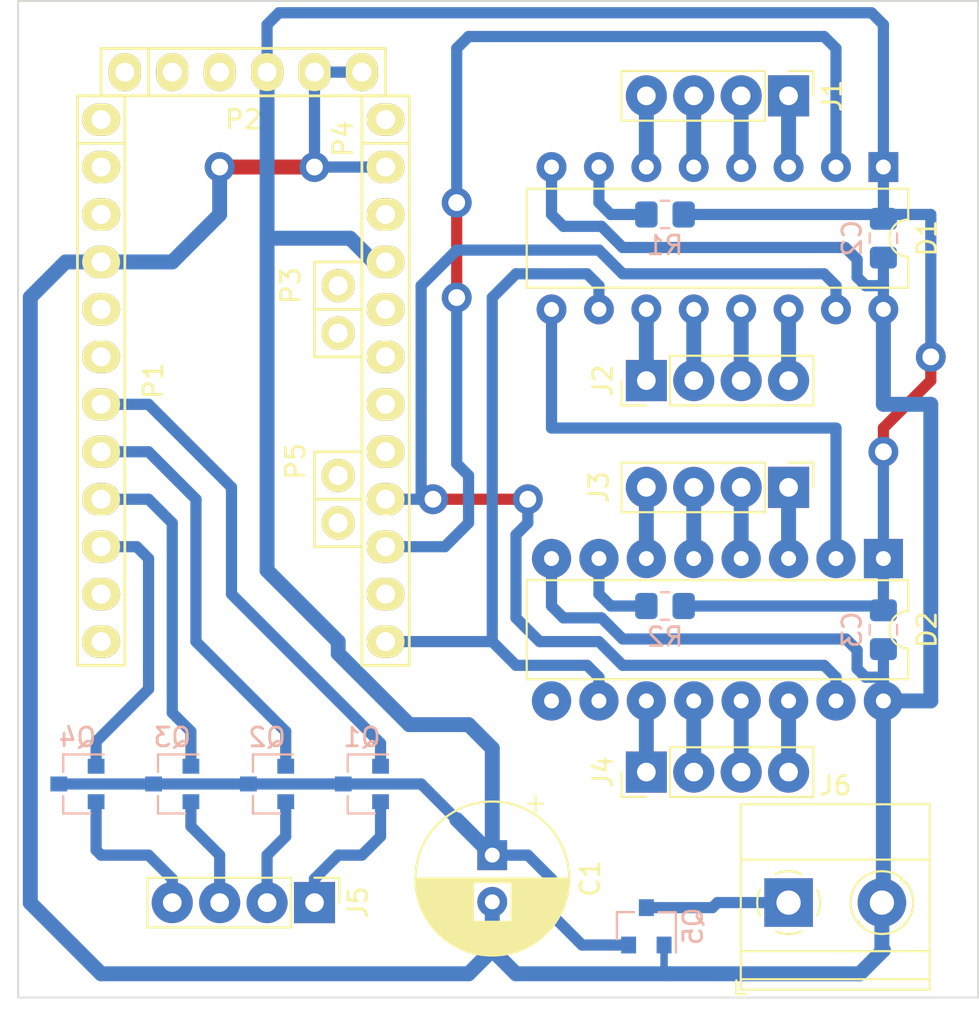
<source format=kicad_pcb>
(kicad_pcb (version 20171130) (host pcbnew "(5.1.8)-1")

  (general
    (thickness 1.6)
    (drawings 11)
    (tracks 208)
    (zones 0)
    (modules 23)
    (nets 53)
  )

  (page A4 portrait)
  (title_block
    (date "sam. 04 avril 2015")
  )

  (layers
    (0 F.Cu signal)
    (31 B.Cu signal)
    (32 B.Adhes user)
    (33 F.Adhes user)
    (34 B.Paste user)
    (35 F.Paste user)
    (36 B.SilkS user)
    (37 F.SilkS user)
    (38 B.Mask user)
    (39 F.Mask user)
    (40 Dwgs.User user)
    (41 Cmts.User user)
    (42 Eco1.User user)
    (43 Eco2.User user)
    (44 Edge.Cuts user)
    (45 Margin user)
    (46 B.CrtYd user)
    (47 F.CrtYd user)
    (48 B.Fab user)
    (49 F.Fab user)
  )

  (setup
    (last_trace_width 0.6)
    (user_trace_width 0.4)
    (user_trace_width 0.6)
    (user_trace_width 0.8)
    (trace_clearance 0.2)
    (zone_clearance 0.508)
    (zone_45_only no)
    (trace_min 0.2)
    (via_size 0.6)
    (via_drill 0.4)
    (via_min_size 0.4)
    (via_min_drill 0.3)
    (user_via 1.6 0.9)
    (uvia_size 0.3)
    (uvia_drill 0.1)
    (uvias_allowed no)
    (uvia_min_size 0.2)
    (uvia_min_drill 0.1)
    (edge_width 0.1)
    (segment_width 0.15)
    (pcb_text_width 0.3)
    (pcb_text_size 1.5 1.5)
    (mod_edge_width 0.15)
    (mod_text_size 1 1)
    (mod_text_width 0.15)
    (pad_size 2.1 2.1)
    (pad_drill 0.8)
    (pad_to_mask_clearance 0)
    (aux_axis_origin 137.16 114.3)
    (visible_elements 7FFFFFFF)
    (pcbplotparams
      (layerselection 0x00030_80000001)
      (usegerberextensions false)
      (usegerberattributes true)
      (usegerberadvancedattributes true)
      (creategerberjobfile true)
      (excludeedgelayer true)
      (linewidth 0.100000)
      (plotframeref false)
      (viasonmask false)
      (mode 1)
      (useauxorigin false)
      (hpglpennumber 1)
      (hpglpenspeed 20)
      (hpglpendiameter 15.000000)
      (psnegative false)
      (psa4output false)
      (plotreference true)
      (plotvalue true)
      (plotinvisibletext false)
      (padsonsilk false)
      (subtractmaskfromsilk false)
      (outputformat 1)
      (mirror false)
      (drillshape 1)
      (scaleselection 1)
      (outputdirectory ""))
  )

  (net 0 "")
  (net 1 "/1(Tx)")
  (net 2 "/0(Rx)")
  (net 3 /Reset)
  (net 4 GND)
  (net 5 /2)
  (net 6 "/3(**)")
  (net 7 /4)
  (net 8 "/5(**)")
  (net 9 "/6(**)")
  (net 10 /7)
  (net 11 /8)
  (net 12 "/9(**)")
  (net 13 /DTR)
  (net 14 VCC)
  (net 15 /A5)
  (net 16 /A4)
  (net 17 /RAW)
  (net 18 /A3)
  (net 19 /A2)
  (net 20 /A1)
  (net 21 /A0)
  (net 22 "/13(SCK)")
  (net 23 "/12(MISO)")
  (net 24 "/11(**/MOSI)")
  (net 25 "/10(**/SS)")
  (net 26 /A7)
  (net 27 /A6)
  (net 28 "Net-(D1-Pad9)")
  (net 29 "Net-(D1-Pad3)")
  (net 30 "Net-(D1-Pad11)")
  (net 31 "Net-(D1-Pad4)")
  (net 32 "Net-(D1-Pad12)")
  (net 33 "Net-(D1-Pad5)")
  (net 34 "Net-(D1-Pad13)")
  (net 35 "Net-(D1-Pad6)")
  (net 36 "Net-(D1-Pad14)")
  (net 37 "Net-(D1-Pad7)")
  (net 38 "Net-(D2-Pad7)")
  (net 39 "Net-(D2-Pad14)")
  (net 40 "Net-(D2-Pad6)")
  (net 41 "Net-(D2-Pad13)")
  (net 42 "Net-(D2-Pad5)")
  (net 43 "Net-(D2-Pad12)")
  (net 44 "Net-(D2-Pad4)")
  (net 45 "Net-(D2-Pad11)")
  (net 46 "Net-(D2-Pad3)")
  (net 47 "Net-(D2-Pad9)")
  (net 48 "Net-(J5-Pad1)")
  (net 49 "Net-(J5-Pad2)")
  (net 50 "Net-(J5-Pad3)")
  (net 51 "Net-(J5-Pad4)")
  (net 52 "Net-(J6-Pad1)")

  (net_class Default "This is the default net class."
    (clearance 0.2)
    (trace_width 0.25)
    (via_dia 0.6)
    (via_drill 0.4)
    (uvia_dia 0.3)
    (uvia_drill 0.1)
    (add_net "/0(Rx)")
    (add_net "/1(Tx)")
    (add_net "/10(**/SS)")
    (add_net "/11(**/MOSI)")
    (add_net "/12(MISO)")
    (add_net "/13(SCK)")
    (add_net /2)
    (add_net "/3(**)")
    (add_net /4)
    (add_net "/5(**)")
    (add_net "/6(**)")
    (add_net /7)
    (add_net /8)
    (add_net "/9(**)")
    (add_net /A0)
    (add_net /A1)
    (add_net /A2)
    (add_net /A3)
    (add_net /A4)
    (add_net /A5)
    (add_net /A6)
    (add_net /A7)
    (add_net /DTR)
    (add_net /RAW)
    (add_net /Reset)
    (add_net GND)
    (add_net "Net-(D1-Pad11)")
    (add_net "Net-(D1-Pad12)")
    (add_net "Net-(D1-Pad13)")
    (add_net "Net-(D1-Pad14)")
    (add_net "Net-(D1-Pad3)")
    (add_net "Net-(D1-Pad4)")
    (add_net "Net-(D1-Pad5)")
    (add_net "Net-(D1-Pad6)")
    (add_net "Net-(D1-Pad7)")
    (add_net "Net-(D1-Pad9)")
    (add_net "Net-(D2-Pad11)")
    (add_net "Net-(D2-Pad12)")
    (add_net "Net-(D2-Pad13)")
    (add_net "Net-(D2-Pad14)")
    (add_net "Net-(D2-Pad3)")
    (add_net "Net-(D2-Pad4)")
    (add_net "Net-(D2-Pad5)")
    (add_net "Net-(D2-Pad6)")
    (add_net "Net-(D2-Pad7)")
    (add_net "Net-(D2-Pad9)")
    (add_net "Net-(J5-Pad1)")
    (add_net "Net-(J5-Pad2)")
    (add_net "Net-(J5-Pad3)")
    (add_net "Net-(J5-Pad4)")
    (add_net "Net-(J6-Pad1)")
    (add_net VCC)
  )

  (module Capacitor_SMD:C_0805_2012Metric_Pad1.18x1.45mm_HandSolder (layer B.Cu) (tedit 5F68FEEF) (tstamp 5FF9B020)
    (at 107.95 62.865 270)
    (descr "Capacitor SMD 0805 (2012 Metric), square (rectangular) end terminal, IPC_7351 nominal with elongated pad for handsoldering. (Body size source: IPC-SM-782 page 76, https://www.pcb-3d.com/wordpress/wp-content/uploads/ipc-sm-782a_amendment_1_and_2.pdf, https://docs.google.com/spreadsheets/d/1BsfQQcO9C6DZCsRaXUlFlo91Tg2WpOkGARC1WS5S8t0/edit?usp=sharing), generated with kicad-footprint-generator")
    (tags "capacitor handsolder")
    (path /5FFF9188)
    (attr smd)
    (fp_text reference C3 (at 0 1.68 90) (layer B.SilkS)
      (effects (font (size 1 1) (thickness 0.15)) (justify mirror))
    )
    (fp_text value 0.1uF (at 0 -1.68 90) (layer B.Fab)
      (effects (font (size 1 1) (thickness 0.15)) (justify mirror))
    )
    (fp_line (start -1 -0.625) (end -1 0.625) (layer B.Fab) (width 0.1))
    (fp_line (start -1 0.625) (end 1 0.625) (layer B.Fab) (width 0.1))
    (fp_line (start 1 0.625) (end 1 -0.625) (layer B.Fab) (width 0.1))
    (fp_line (start 1 -0.625) (end -1 -0.625) (layer B.Fab) (width 0.1))
    (fp_line (start -0.261252 0.735) (end 0.261252 0.735) (layer B.SilkS) (width 0.12))
    (fp_line (start -0.261252 -0.735) (end 0.261252 -0.735) (layer B.SilkS) (width 0.12))
    (fp_line (start -1.88 -0.98) (end -1.88 0.98) (layer B.CrtYd) (width 0.05))
    (fp_line (start -1.88 0.98) (end 1.88 0.98) (layer B.CrtYd) (width 0.05))
    (fp_line (start 1.88 0.98) (end 1.88 -0.98) (layer B.CrtYd) (width 0.05))
    (fp_line (start 1.88 -0.98) (end -1.88 -0.98) (layer B.CrtYd) (width 0.05))
    (fp_text user %R (at 0 0 90) (layer B.Fab)
      (effects (font (size 0.5 0.5) (thickness 0.08)) (justify mirror))
    )
    (pad 2 smd roundrect (at 1.0375 0 270) (size 1.175 1.45) (layers B.Cu B.Paste B.Mask) (roundrect_rratio 0.212766)
      (net 4 GND))
    (pad 1 smd roundrect (at -1.0375 0 270) (size 1.175 1.45) (layers B.Cu B.Paste B.Mask) (roundrect_rratio 0.212766)
      (net 14 VCC))
    (model ${KISYS3DMOD}/Capacitor_SMD.3dshapes/C_0805_2012Metric.wrl
      (at (xyz 0 0 0))
      (scale (xyz 1 1 1))
      (rotate (xyz 0 0 0))
    )
  )

  (module Capacitor_SMD:C_0805_2012Metric_Pad1.18x1.45mm_HandSolder (layer B.Cu) (tedit 5F68FEEF) (tstamp 5FF9B00F)
    (at 107.95 41.91 270)
    (descr "Capacitor SMD 0805 (2012 Metric), square (rectangular) end terminal, IPC_7351 nominal with elongated pad for handsoldering. (Body size source: IPC-SM-782 page 76, https://www.pcb-3d.com/wordpress/wp-content/uploads/ipc-sm-782a_amendment_1_and_2.pdf, https://docs.google.com/spreadsheets/d/1BsfQQcO9C6DZCsRaXUlFlo91Tg2WpOkGARC1WS5S8t0/edit?usp=sharing), generated with kicad-footprint-generator")
    (tags "capacitor handsolder")
    (path /5FFF57D4)
    (attr smd)
    (fp_text reference C2 (at 0 1.68 90) (layer B.SilkS)
      (effects (font (size 1 1) (thickness 0.15)) (justify mirror))
    )
    (fp_text value 0.1uF (at 0 -1.68 90) (layer B.Fab)
      (effects (font (size 1 1) (thickness 0.15)) (justify mirror))
    )
    (fp_line (start -1 -0.625) (end -1 0.625) (layer B.Fab) (width 0.1))
    (fp_line (start -1 0.625) (end 1 0.625) (layer B.Fab) (width 0.1))
    (fp_line (start 1 0.625) (end 1 -0.625) (layer B.Fab) (width 0.1))
    (fp_line (start 1 -0.625) (end -1 -0.625) (layer B.Fab) (width 0.1))
    (fp_line (start -0.261252 0.735) (end 0.261252 0.735) (layer B.SilkS) (width 0.12))
    (fp_line (start -0.261252 -0.735) (end 0.261252 -0.735) (layer B.SilkS) (width 0.12))
    (fp_line (start -1.88 -0.98) (end -1.88 0.98) (layer B.CrtYd) (width 0.05))
    (fp_line (start -1.88 0.98) (end 1.88 0.98) (layer B.CrtYd) (width 0.05))
    (fp_line (start 1.88 0.98) (end 1.88 -0.98) (layer B.CrtYd) (width 0.05))
    (fp_line (start 1.88 -0.98) (end -1.88 -0.98) (layer B.CrtYd) (width 0.05))
    (fp_text user %R (at 0 0 90) (layer B.Fab)
      (effects (font (size 0.5 0.5) (thickness 0.08)) (justify mirror))
    )
    (pad 2 smd roundrect (at 1.0375 0 270) (size 1.175 1.45) (layers B.Cu B.Paste B.Mask) (roundrect_rratio 0.212766)
      (net 4 GND))
    (pad 1 smd roundrect (at -1.0375 0 270) (size 1.175 1.45) (layers B.Cu B.Paste B.Mask) (roundrect_rratio 0.212766)
      (net 14 VCC))
    (model ${KISYS3DMOD}/Capacitor_SMD.3dshapes/C_0805_2012Metric.wrl
      (at (xyz 0 0 0))
      (scale (xyz 1 1 1))
      (rotate (xyz 0 0 0))
    )
  )

  (module Package_TO_SOT_SMD:SOT-23 (layer B.Cu) (tedit 5A02FF57) (tstamp 5FF99A05)
    (at 95.25 78.74 90)
    (descr "SOT-23, Standard")
    (tags SOT-23)
    (path /5FF9B9AF)
    (attr smd)
    (fp_text reference Q5 (at 0 2.5 90) (layer B.SilkS)
      (effects (font (size 1 1) (thickness 0.15)) (justify mirror))
    )
    (fp_text value IRLML6402 (at 0 -2.5 90) (layer B.Fab)
      (effects (font (size 1 1) (thickness 0.15)) (justify mirror))
    )
    (fp_line (start 0.76 -1.58) (end -0.7 -1.58) (layer B.SilkS) (width 0.12))
    (fp_line (start 0.76 1.58) (end -1.4 1.58) (layer B.SilkS) (width 0.12))
    (fp_line (start -1.7 -1.75) (end -1.7 1.75) (layer B.CrtYd) (width 0.05))
    (fp_line (start 1.7 -1.75) (end -1.7 -1.75) (layer B.CrtYd) (width 0.05))
    (fp_line (start 1.7 1.75) (end 1.7 -1.75) (layer B.CrtYd) (width 0.05))
    (fp_line (start -1.7 1.75) (end 1.7 1.75) (layer B.CrtYd) (width 0.05))
    (fp_line (start 0.76 1.58) (end 0.76 0.65) (layer B.SilkS) (width 0.12))
    (fp_line (start 0.76 -1.58) (end 0.76 -0.65) (layer B.SilkS) (width 0.12))
    (fp_line (start -0.7 -1.52) (end 0.7 -1.52) (layer B.Fab) (width 0.1))
    (fp_line (start 0.7 1.52) (end 0.7 -1.52) (layer B.Fab) (width 0.1))
    (fp_line (start -0.7 0.95) (end -0.15 1.52) (layer B.Fab) (width 0.1))
    (fp_line (start -0.15 1.52) (end 0.7 1.52) (layer B.Fab) (width 0.1))
    (fp_line (start -0.7 0.95) (end -0.7 -1.5) (layer B.Fab) (width 0.1))
    (fp_text user %R (at 0 0 180) (layer B.Fab)
      (effects (font (size 0.5 0.5) (thickness 0.075)) (justify mirror))
    )
    (pad 3 smd rect (at 1 0 90) (size 0.9 0.8) (layers B.Cu B.Paste B.Mask)
      (net 52 "Net-(J6-Pad1)"))
    (pad 2 smd rect (at -1 -0.95 90) (size 0.9 0.8) (layers B.Cu B.Paste B.Mask)
      (net 14 VCC))
    (pad 1 smd rect (at -1 0.95 90) (size 0.9 0.8) (layers B.Cu B.Paste B.Mask)
      (net 4 GND))
    (model ${KISYS3DMOD}/Package_TO_SOT_SMD.3dshapes/SOT-23.wrl
      (at (xyz 0 0 0))
      (scale (xyz 1 1 1))
      (rotate (xyz 0 0 0))
    )
  )

  (module TerminalBlock_Phoenix:TerminalBlock_Phoenix_MKDS-1,5-2_1x02_P5.00mm_Horizontal (layer F.Cu) (tedit 5B294EE5) (tstamp 5FF99880)
    (at 102.87 77.47)
    (descr "Terminal Block Phoenix MKDS-1,5-2, 2 pins, pitch 5mm, size 10x9.8mm^2, drill diamater 1.3mm, pad diameter 2.6mm, see http://www.farnell.com/datasheets/100425.pdf, script-generated using https://github.com/pointhi/kicad-footprint-generator/scripts/TerminalBlock_Phoenix")
    (tags "THT Terminal Block Phoenix MKDS-1,5-2 pitch 5mm size 10x9.8mm^2 drill 1.3mm pad 2.6mm")
    (path /5FFACF24)
    (fp_text reference J6 (at 2.5 -6.26) (layer F.SilkS)
      (effects (font (size 1 1) (thickness 0.15)))
    )
    (fp_text value Conn_01x02_Male (at 2.5 5.66) (layer F.Fab)
      (effects (font (size 1 1) (thickness 0.15)))
    )
    (fp_line (start 8 -5.71) (end -3 -5.71) (layer F.CrtYd) (width 0.05))
    (fp_line (start 8 5.1) (end 8 -5.71) (layer F.CrtYd) (width 0.05))
    (fp_line (start -3 5.1) (end 8 5.1) (layer F.CrtYd) (width 0.05))
    (fp_line (start -3 -5.71) (end -3 5.1) (layer F.CrtYd) (width 0.05))
    (fp_line (start -2.8 4.9) (end -2.3 4.9) (layer F.SilkS) (width 0.12))
    (fp_line (start -2.8 4.16) (end -2.8 4.9) (layer F.SilkS) (width 0.12))
    (fp_line (start 3.773 1.023) (end 3.726 1.069) (layer F.SilkS) (width 0.12))
    (fp_line (start 6.07 -1.275) (end 6.035 -1.239) (layer F.SilkS) (width 0.12))
    (fp_line (start 3.966 1.239) (end 3.931 1.274) (layer F.SilkS) (width 0.12))
    (fp_line (start 6.275 -1.069) (end 6.228 -1.023) (layer F.SilkS) (width 0.12))
    (fp_line (start 5.955 -1.138) (end 3.863 0.955) (layer F.Fab) (width 0.1))
    (fp_line (start 6.138 -0.955) (end 4.046 1.138) (layer F.Fab) (width 0.1))
    (fp_line (start 0.955 -1.138) (end -1.138 0.955) (layer F.Fab) (width 0.1))
    (fp_line (start 1.138 -0.955) (end -0.955 1.138) (layer F.Fab) (width 0.1))
    (fp_line (start 7.56 -5.261) (end 7.56 4.66) (layer F.SilkS) (width 0.12))
    (fp_line (start -2.56 -5.261) (end -2.56 4.66) (layer F.SilkS) (width 0.12))
    (fp_line (start -2.56 4.66) (end 7.56 4.66) (layer F.SilkS) (width 0.12))
    (fp_line (start -2.56 -5.261) (end 7.56 -5.261) (layer F.SilkS) (width 0.12))
    (fp_line (start -2.56 -2.301) (end 7.56 -2.301) (layer F.SilkS) (width 0.12))
    (fp_line (start -2.5 -2.3) (end 7.5 -2.3) (layer F.Fab) (width 0.1))
    (fp_line (start -2.56 2.6) (end 7.56 2.6) (layer F.SilkS) (width 0.12))
    (fp_line (start -2.5 2.6) (end 7.5 2.6) (layer F.Fab) (width 0.1))
    (fp_line (start -2.56 4.1) (end 7.56 4.1) (layer F.SilkS) (width 0.12))
    (fp_line (start -2.5 4.1) (end 7.5 4.1) (layer F.Fab) (width 0.1))
    (fp_line (start -2.5 4.1) (end -2.5 -5.2) (layer F.Fab) (width 0.1))
    (fp_line (start -2 4.6) (end -2.5 4.1) (layer F.Fab) (width 0.1))
    (fp_line (start 7.5 4.6) (end -2 4.6) (layer F.Fab) (width 0.1))
    (fp_line (start 7.5 -5.2) (end 7.5 4.6) (layer F.Fab) (width 0.1))
    (fp_line (start -2.5 -5.2) (end 7.5 -5.2) (layer F.Fab) (width 0.1))
    (fp_circle (center 5 0) (end 6.68 0) (layer F.SilkS) (width 0.12))
    (fp_circle (center 5 0) (end 6.5 0) (layer F.Fab) (width 0.1))
    (fp_circle (center 0 0) (end 1.5 0) (layer F.Fab) (width 0.1))
    (fp_text user %R (at 2.5 3.2) (layer F.Fab)
      (effects (font (size 1 1) (thickness 0.15)))
    )
    (fp_arc (start 0 0) (end -0.684 1.535) (angle -25) (layer F.SilkS) (width 0.12))
    (fp_arc (start 0 0) (end -1.535 -0.684) (angle -48) (layer F.SilkS) (width 0.12))
    (fp_arc (start 0 0) (end 0.684 -1.535) (angle -48) (layer F.SilkS) (width 0.12))
    (fp_arc (start 0 0) (end 1.535 0.684) (angle -48) (layer F.SilkS) (width 0.12))
    (fp_arc (start 0 0) (end 0 1.68) (angle -24) (layer F.SilkS) (width 0.12))
    (pad 2 thru_hole circle (at 5 0) (size 2.6 2.6) (drill 1.3) (layers *.Cu *.Mask)
      (net 4 GND))
    (pad 1 thru_hole rect (at 0 0) (size 2.6 2.6) (drill 1.3) (layers *.Cu *.Mask)
      (net 52 "Net-(J6-Pad1)"))
    (model ${KISYS3DMOD}/TerminalBlock_Phoenix.3dshapes/TerminalBlock_Phoenix_MKDS-1,5-2_1x02_P5.00mm_Horizontal.wrl
      (at (xyz 0 0 0))
      (scale (xyz 1 1 1))
      (rotate (xyz 0 0 0))
    )
  )

  (module Resistor_SMD:R_0805_2012Metric_Pad1.20x1.40mm_HandSolder (layer B.Cu) (tedit 5F68FEEE) (tstamp 5FF8DCB2)
    (at 96.25 61.595)
    (descr "Resistor SMD 0805 (2012 Metric), square (rectangular) end terminal, IPC_7351 nominal with elongated pad for handsoldering. (Body size source: IPC-SM-782 page 72, https://www.pcb-3d.com/wordpress/wp-content/uploads/ipc-sm-782a_amendment_1_and_2.pdf), generated with kicad-footprint-generator")
    (tags "resistor handsolder")
    (path /5FFA3338)
    (attr smd)
    (fp_text reference R2 (at 0 1.65 180) (layer B.SilkS)
      (effects (font (size 1 1) (thickness 0.15)) (justify mirror))
    )
    (fp_text value 10k (at 0 -1.65 180) (layer B.Fab)
      (effects (font (size 1 1) (thickness 0.15)) (justify mirror))
    )
    (fp_line (start -1 -0.625) (end -1 0.625) (layer B.Fab) (width 0.1))
    (fp_line (start -1 0.625) (end 1 0.625) (layer B.Fab) (width 0.1))
    (fp_line (start 1 0.625) (end 1 -0.625) (layer B.Fab) (width 0.1))
    (fp_line (start 1 -0.625) (end -1 -0.625) (layer B.Fab) (width 0.1))
    (fp_line (start -0.227064 0.735) (end 0.227064 0.735) (layer B.SilkS) (width 0.12))
    (fp_line (start -0.227064 -0.735) (end 0.227064 -0.735) (layer B.SilkS) (width 0.12))
    (fp_line (start -1.85 -0.95) (end -1.85 0.95) (layer B.CrtYd) (width 0.05))
    (fp_line (start -1.85 0.95) (end 1.85 0.95) (layer B.CrtYd) (width 0.05))
    (fp_line (start 1.85 0.95) (end 1.85 -0.95) (layer B.CrtYd) (width 0.05))
    (fp_line (start 1.85 -0.95) (end -1.85 -0.95) (layer B.CrtYd) (width 0.05))
    (fp_text user %R (at 0 0 180) (layer B.Fab)
      (effects (font (size 0.5 0.5) (thickness 0.08)) (justify mirror))
    )
    (pad 2 smd roundrect (at 1 0) (size 1.2 1.4) (layers B.Cu B.Paste B.Mask) (roundrect_rratio 0.208333)
      (net 14 VCC))
    (pad 1 smd roundrect (at -1 0) (size 1.2 1.4) (layers B.Cu B.Paste B.Mask) (roundrect_rratio 0.208333)
      (net 38 "Net-(D2-Pad7)"))
    (model ${KISYS3DMOD}/Resistor_SMD.3dshapes/R_0805_2012Metric.wrl
      (at (xyz 0 0 0))
      (scale (xyz 1 1 1))
      (rotate (xyz 0 0 0))
    )
  )

  (module Resistor_SMD:R_0805_2012Metric_Pad1.20x1.40mm_HandSolder (layer B.Cu) (tedit 5F68FEEE) (tstamp 5FF8DC9B)
    (at 96.25 40.64)
    (descr "Resistor SMD 0805 (2012 Metric), square (rectangular) end terminal, IPC_7351 nominal with elongated pad for handsoldering. (Body size source: IPC-SM-782 page 72, https://www.pcb-3d.com/wordpress/wp-content/uploads/ipc-sm-782a_amendment_1_and_2.pdf), generated with kicad-footprint-generator")
    (tags "resistor handsolder")
    (path /5FFA7630)
    (attr smd)
    (fp_text reference R1 (at 0 1.65 180) (layer B.SilkS)
      (effects (font (size 1 1) (thickness 0.15)) (justify mirror))
    )
    (fp_text value 10k (at 0 -1.65 180) (layer B.Fab)
      (effects (font (size 1 1) (thickness 0.15)) (justify mirror))
    )
    (fp_line (start -1 -0.625) (end -1 0.625) (layer B.Fab) (width 0.1))
    (fp_line (start -1 0.625) (end 1 0.625) (layer B.Fab) (width 0.1))
    (fp_line (start 1 0.625) (end 1 -0.625) (layer B.Fab) (width 0.1))
    (fp_line (start 1 -0.625) (end -1 -0.625) (layer B.Fab) (width 0.1))
    (fp_line (start -0.227064 0.735) (end 0.227064 0.735) (layer B.SilkS) (width 0.12))
    (fp_line (start -0.227064 -0.735) (end 0.227064 -0.735) (layer B.SilkS) (width 0.12))
    (fp_line (start -1.85 -0.95) (end -1.85 0.95) (layer B.CrtYd) (width 0.05))
    (fp_line (start -1.85 0.95) (end 1.85 0.95) (layer B.CrtYd) (width 0.05))
    (fp_line (start 1.85 0.95) (end 1.85 -0.95) (layer B.CrtYd) (width 0.05))
    (fp_line (start 1.85 -0.95) (end -1.85 -0.95) (layer B.CrtYd) (width 0.05))
    (fp_text user %R (at 0 0 180) (layer B.Fab)
      (effects (font (size 0.5 0.5) (thickness 0.08)) (justify mirror))
    )
    (pad 2 smd roundrect (at 1 0) (size 1.2 1.4) (layers B.Cu B.Paste B.Mask) (roundrect_rratio 0.208333)
      (net 14 VCC))
    (pad 1 smd roundrect (at -1 0) (size 1.2 1.4) (layers B.Cu B.Paste B.Mask) (roundrect_rratio 0.208333)
      (net 37 "Net-(D1-Pad7)"))
    (model ${KISYS3DMOD}/Resistor_SMD.3dshapes/R_0805_2012Metric.wrl
      (at (xyz 0 0 0))
      (scale (xyz 1 1 1))
      (rotate (xyz 0 0 0))
    )
  )

  (module Socket_Arduino_Pro_Mini:Socket_Strip_Arduino_1x12 locked (layer F.Cu) (tedit 55216A20) (tstamp 552111CC)
    (at 66.04 35.56 270)
    (descr "Through hole socket strip")
    (tags "socket strip")
    (path /56D754D1)
    (fp_text reference P1 (at 13.97 -2.794 270) (layer F.SilkS)
      (effects (font (size 1 1) (thickness 0.15)))
    )
    (fp_text value Digital (at 18.034 -2.794 270) (layer F.Fab)
      (effects (font (size 1 1) (thickness 0.15)))
    )
    (fp_line (start 1.27 -1.27) (end -1.27 -1.27) (layer F.SilkS) (width 0.15))
    (fp_line (start -1.27 -1.27) (end -1.27 1.27) (layer F.SilkS) (width 0.15))
    (fp_line (start -1.27 1.27) (end 1.27 1.27) (layer F.SilkS) (width 0.15))
    (fp_line (start -1.75 -1.75) (end -1.75 1.75) (layer F.CrtYd) (width 0.05))
    (fp_line (start 29.7 -1.75) (end 29.7 1.75) (layer F.CrtYd) (width 0.05))
    (fp_line (start -1.75 -1.75) (end 29.7 -1.75) (layer F.CrtYd) (width 0.05))
    (fp_line (start -1.75 1.75) (end 29.7 1.75) (layer F.CrtYd) (width 0.05))
    (fp_line (start 1.27 1.27) (end 29.21 1.27) (layer F.SilkS) (width 0.15))
    (fp_line (start 29.21 1.27) (end 29.21 -1.27) (layer F.SilkS) (width 0.15))
    (fp_line (start 29.21 -1.27) (end 1.27 -1.27) (layer F.SilkS) (width 0.15))
    (fp_line (start 1.27 1.27) (end 1.27 -1.27) (layer F.SilkS) (width 0.15))
    (pad 1 thru_hole oval (at 0 0 270) (size 1.7272 2.032) (drill 1.016) (layers *.Cu *.Mask F.SilkS)
      (net 1 "/1(Tx)"))
    (pad 2 thru_hole oval (at 2.54 0 270) (size 1.7272 2.032) (drill 1.016) (layers *.Cu *.Mask F.SilkS)
      (net 2 "/0(Rx)"))
    (pad 3 thru_hole oval (at 5.08 0 270) (size 1.7272 2.032) (drill 1.016) (layers *.Cu *.Mask F.SilkS)
      (net 3 /Reset))
    (pad 4 thru_hole oval (at 7.62 0 270) (size 1.7272 2.032) (drill 1.016) (layers *.Cu *.Mask F.SilkS)
      (net 4 GND))
    (pad 5 thru_hole oval (at 10.16 0 270) (size 1.7272 2.032) (drill 1.016) (layers *.Cu *.Mask F.SilkS)
      (net 5 /2))
    (pad 6 thru_hole oval (at 12.7 0 270) (size 1.7272 2.032) (drill 1.016) (layers *.Cu *.Mask F.SilkS)
      (net 6 "/3(**)"))
    (pad 7 thru_hole oval (at 15.24 0 270) (size 1.7272 2.032) (drill 1.016) (layers *.Cu *.Mask F.SilkS)
      (net 7 /4))
    (pad 8 thru_hole oval (at 17.78 0 270) (size 1.7272 2.032) (drill 1.016) (layers *.Cu *.Mask F.SilkS)
      (net 8 "/5(**)"))
    (pad 9 thru_hole oval (at 20.32 0 270) (size 1.7272 2.032) (drill 1.016) (layers *.Cu *.Mask F.SilkS)
      (net 9 "/6(**)"))
    (pad 10 thru_hole oval (at 22.86 0 270) (size 1.7272 2.032) (drill 1.016) (layers *.Cu *.Mask F.SilkS)
      (net 10 /7))
    (pad 11 thru_hole oval (at 25.4 0 270) (size 1.7272 2.032) (drill 1.016) (layers *.Cu *.Mask F.SilkS)
      (net 11 /8))
    (pad 12 thru_hole oval (at 27.94 0 270) (size 1.7272 2.032) (drill 1.016) (layers *.Cu *.Mask F.SilkS)
      (net 12 "/9(**)"))
    (model ${KIPRJMOD}/Socket_Arduino_Pro_Mini.3dshapes/Socket_header_Arduino_1x12.wrl
      (offset (xyz 13.96999979019165 0 0))
      (scale (xyz 1 1 1))
      (rotate (xyz 0 0 180))
    )
  )

  (module Socket_Arduino_Pro_Mini:Socket_Strip_Arduino_1x06 locked (layer F.Cu) (tedit 55211244) (tstamp 552111E1)
    (at 67.31 33.02)
    (descr "Through hole socket strip")
    (tags "socket strip")
    (path /56D75238)
    (fp_text reference P2 (at 6.35 2.54) (layer F.SilkS)
      (effects (font (size 1 1) (thickness 0.15)))
    )
    (fp_text value COM (at 6.35 3.81) (layer F.Fab)
      (effects (font (size 1 1) (thickness 0.15)))
    )
    (fp_line (start 1.27 -1.27) (end -1.27 -1.27) (layer F.SilkS) (width 0.15))
    (fp_line (start -1.27 -1.27) (end -1.27 1.27) (layer F.SilkS) (width 0.15))
    (fp_line (start -1.27 1.27) (end 1.27 1.27) (layer F.SilkS) (width 0.15))
    (fp_line (start -1.75 -1.75) (end -1.75 1.75) (layer F.CrtYd) (width 0.05))
    (fp_line (start 14.45 -1.75) (end 14.45 1.75) (layer F.CrtYd) (width 0.05))
    (fp_line (start -1.75 -1.75) (end 14.45 -1.75) (layer F.CrtYd) (width 0.05))
    (fp_line (start -1.75 1.75) (end 14.45 1.75) (layer F.CrtYd) (width 0.05))
    (fp_line (start 1.27 1.27) (end 13.97 1.27) (layer F.SilkS) (width 0.15))
    (fp_line (start 13.97 1.27) (end 13.97 -1.27) (layer F.SilkS) (width 0.15))
    (fp_line (start 13.97 -1.27) (end 1.27 -1.27) (layer F.SilkS) (width 0.15))
    (fp_line (start 1.27 1.27) (end 1.27 -1.27) (layer F.SilkS) (width 0.15))
    (pad 1 thru_hole oval (at 0 0) (size 1.7272 2.032) (drill 1.016) (layers *.Cu *.Mask F.SilkS)
      (net 13 /DTR))
    (pad 2 thru_hole oval (at 2.54 0) (size 1.7272 2.032) (drill 1.016) (layers *.Cu *.Mask F.SilkS)
      (net 1 "/1(Tx)"))
    (pad 3 thru_hole oval (at 5.08 0) (size 1.7272 2.032) (drill 1.016) (layers *.Cu *.Mask F.SilkS)
      (net 2 "/0(Rx)"))
    (pad 4 thru_hole oval (at 7.62 0) (size 1.7272 2.032) (drill 1.016) (layers *.Cu *.Mask F.SilkS)
      (net 14 VCC))
    (pad 5 thru_hole oval (at 10.16 0) (size 1.7272 2.032) (drill 1.016) (layers *.Cu *.Mask F.SilkS)
      (net 4 GND))
    (pad 6 thru_hole oval (at 12.7 0) (size 1.7272 2.032) (drill 1.016) (layers *.Cu *.Mask F.SilkS)
      (net 4 GND))
  )

  (module Socket_Arduino_Pro_Mini:Socket_Strip_Arduino_1x02 locked (layer F.Cu) (tedit 55211235) (tstamp 552111F2)
    (at 78.74 44.45 270)
    (descr "Through hole socket strip")
    (tags "socket strip")
    (path /56D74FB3)
    (fp_text reference P3 (at 0 2.54 270) (layer F.SilkS)
      (effects (font (size 1 1) (thickness 0.15)))
    )
    (fp_text value ADC (at 2.54 2.54 270) (layer F.Fab)
      (effects (font (size 1 1) (thickness 0.15)))
    )
    (fp_line (start 1.27 -1.27) (end -1.27 -1.27) (layer F.SilkS) (width 0.15))
    (fp_line (start -1.27 -1.27) (end -1.27 1.27) (layer F.SilkS) (width 0.15))
    (fp_line (start -1.27 1.27) (end 1.27 1.27) (layer F.SilkS) (width 0.15))
    (fp_line (start 3.81 1.27) (end 1.27 1.27) (layer F.SilkS) (width 0.15))
    (fp_line (start -1.75 -1.75) (end -1.75 1.75) (layer F.CrtYd) (width 0.05))
    (fp_line (start 4.3 -1.75) (end 4.3 1.75) (layer F.CrtYd) (width 0.05))
    (fp_line (start -1.75 -1.75) (end 4.3 -1.75) (layer F.CrtYd) (width 0.05))
    (fp_line (start -1.75 1.75) (end 4.3 1.75) (layer F.CrtYd) (width 0.05))
    (fp_line (start 1.27 1.27) (end 1.27 -1.27) (layer F.SilkS) (width 0.15))
    (fp_line (start 1.27 -1.27) (end 3.81 -1.27) (layer F.SilkS) (width 0.15))
    (fp_line (start 3.81 -1.27) (end 3.81 1.27) (layer F.SilkS) (width 0.15))
    (pad 1 thru_hole circle (at 0 0 270) (size 1.778 1.778) (drill 1.016) (layers *.Cu *.Mask F.SilkS)
      (net 15 /A5))
    (pad 2 thru_hole circle (at 2.54 0 270) (size 1.778 1.778) (drill 1.016) (layers *.Cu *.Mask F.SilkS)
      (net 16 /A4))
  )

  (module Socket_Arduino_Pro_Mini:Socket_Strip_Arduino_1x12 locked (layer F.Cu) (tedit 5521133F) (tstamp 5521120D)
    (at 81.28 35.56 270)
    (descr "Through hole socket strip")
    (tags "socket strip")
    (path /56D755F3)
    (fp_text reference P4 (at 1.016 2.286 270) (layer F.SilkS)
      (effects (font (size 1 1) (thickness 0.15)))
    )
    (fp_text value Analog (at 4.826 2.54 270) (layer F.Fab)
      (effects (font (size 1 1) (thickness 0.15)))
    )
    (fp_line (start 1.27 -1.27) (end -1.27 -1.27) (layer F.SilkS) (width 0.15))
    (fp_line (start -1.27 -1.27) (end -1.27 1.27) (layer F.SilkS) (width 0.15))
    (fp_line (start -1.27 1.27) (end 1.27 1.27) (layer F.SilkS) (width 0.15))
    (fp_line (start -1.75 -1.75) (end -1.75 1.75) (layer F.CrtYd) (width 0.05))
    (fp_line (start 29.7 -1.75) (end 29.7 1.75) (layer F.CrtYd) (width 0.05))
    (fp_line (start -1.75 -1.75) (end 29.7 -1.75) (layer F.CrtYd) (width 0.05))
    (fp_line (start -1.75 1.75) (end 29.7 1.75) (layer F.CrtYd) (width 0.05))
    (fp_line (start 1.27 1.27) (end 29.21 1.27) (layer F.SilkS) (width 0.15))
    (fp_line (start 29.21 1.27) (end 29.21 -1.27) (layer F.SilkS) (width 0.15))
    (fp_line (start 29.21 -1.27) (end 1.27 -1.27) (layer F.SilkS) (width 0.15))
    (fp_line (start 1.27 1.27) (end 1.27 -1.27) (layer F.SilkS) (width 0.15))
    (pad 1 thru_hole oval (at 0 0 270) (size 1.7272 2.032) (drill 1.016) (layers *.Cu *.Mask F.SilkS)
      (net 17 /RAW))
    (pad 2 thru_hole oval (at 2.54 0 270) (size 1.7272 2.032) (drill 1.016) (layers *.Cu *.Mask F.SilkS)
      (net 4 GND))
    (pad 3 thru_hole oval (at 5.08 0 270) (size 1.7272 2.032) (drill 1.016) (layers *.Cu *.Mask F.SilkS)
      (net 3 /Reset))
    (pad 4 thru_hole oval (at 7.62 0 270) (size 1.7272 2.032) (drill 1.016) (layers *.Cu *.Mask F.SilkS)
      (net 14 VCC))
    (pad 5 thru_hole oval (at 10.16 0 270) (size 1.7272 2.032) (drill 1.016) (layers *.Cu *.Mask F.SilkS)
      (net 18 /A3))
    (pad 6 thru_hole oval (at 12.7 0 270) (size 1.7272 2.032) (drill 1.016) (layers *.Cu *.Mask F.SilkS)
      (net 19 /A2))
    (pad 7 thru_hole oval (at 15.24 0 270) (size 1.7272 2.032) (drill 1.016) (layers *.Cu *.Mask F.SilkS)
      (net 20 /A1))
    (pad 8 thru_hole oval (at 17.78 0 270) (size 1.7272 2.032) (drill 1.016) (layers *.Cu *.Mask F.SilkS)
      (net 21 /A0))
    (pad 9 thru_hole oval (at 20.32 0 270) (size 1.7272 2.032) (drill 1.016) (layers *.Cu *.Mask F.SilkS)
      (net 22 "/13(SCK)"))
    (pad 10 thru_hole oval (at 22.86 0 270) (size 1.7272 2.032) (drill 1.016) (layers *.Cu *.Mask F.SilkS)
      (net 23 "/12(MISO)"))
    (pad 11 thru_hole oval (at 25.4 0 270) (size 1.7272 2.032) (drill 1.016) (layers *.Cu *.Mask F.SilkS)
      (net 24 "/11(**/MOSI)"))
    (pad 12 thru_hole oval (at 27.94 0 270) (size 1.7272 2.032) (drill 1.016) (layers *.Cu *.Mask F.SilkS)
      (net 25 "/10(**/SS)"))
    (model ${KIPRJMOD}/Socket_Arduino_Pro_Mini.3dshapes/Socket_header_Arduino_1x12.wrl
      (offset (xyz 13.96999979019165 0 0))
      (scale (xyz 1 1 1))
      (rotate (xyz 0 0 180))
    )
  )

  (module Socket_Arduino_Pro_Mini:Socket_Strip_Arduino_1x02 locked (layer F.Cu) (tedit 55211334) (tstamp 55211431)
    (at 78.74 54.61 270)
    (descr "Through hole socket strip")
    (tags "socket strip")
    (path /56D7505C)
    (fp_text reference P5 (at -0.762 2.286 270) (layer F.SilkS)
      (effects (font (size 1 1) (thickness 0.15)))
    )
    (fp_text value ADC (at 2.032 2.286 270) (layer F.Fab)
      (effects (font (size 1 1) (thickness 0.15)))
    )
    (fp_line (start 1.27 -1.27) (end -1.27 -1.27) (layer F.SilkS) (width 0.15))
    (fp_line (start -1.27 -1.27) (end -1.27 1.27) (layer F.SilkS) (width 0.15))
    (fp_line (start -1.27 1.27) (end 1.27 1.27) (layer F.SilkS) (width 0.15))
    (fp_line (start 3.81 1.27) (end 1.27 1.27) (layer F.SilkS) (width 0.15))
    (fp_line (start -1.75 -1.75) (end -1.75 1.75) (layer F.CrtYd) (width 0.05))
    (fp_line (start 4.3 -1.75) (end 4.3 1.75) (layer F.CrtYd) (width 0.05))
    (fp_line (start -1.75 -1.75) (end 4.3 -1.75) (layer F.CrtYd) (width 0.05))
    (fp_line (start -1.75 1.75) (end 4.3 1.75) (layer F.CrtYd) (width 0.05))
    (fp_line (start 1.27 1.27) (end 1.27 -1.27) (layer F.SilkS) (width 0.15))
    (fp_line (start 1.27 -1.27) (end 3.81 -1.27) (layer F.SilkS) (width 0.15))
    (fp_line (start 3.81 -1.27) (end 3.81 1.27) (layer F.SilkS) (width 0.15))
    (pad 1 thru_hole circle (at 0 0 270) (size 1.778 1.778) (drill 1.016) (layers *.Cu *.Mask F.SilkS)
      (net 26 /A7))
    (pad 2 thru_hole circle (at 2.54 0 270) (size 1.778 1.778) (drill 1.016) (layers *.Cu *.Mask F.SilkS)
      (net 27 /A6))
  )

  (module Capacitor_THT:CP_Radial_D8.0mm_P2.50mm (layer F.Cu) (tedit 5AE50EF0) (tstamp 5FF8DB70)
    (at 86.995 74.93 270)
    (descr "CP, Radial series, Radial, pin pitch=2.50mm, , diameter=8mm, Electrolytic Capacitor")
    (tags "CP Radial series Radial pin pitch 2.50mm  diameter 8mm Electrolytic Capacitor")
    (path /5FFF86DA)
    (fp_text reference C1 (at 1.25 -5.25 90) (layer F.SilkS)
      (effects (font (size 1 1) (thickness 0.15)))
    )
    (fp_text value 1000uF (at -2.54 3.81 90) (layer F.Fab)
      (effects (font (size 1 1) (thickness 0.15)))
    )
    (fp_circle (center 1.25 0) (end 5.25 0) (layer F.Fab) (width 0.1))
    (fp_circle (center 1.25 0) (end 5.37 0) (layer F.SilkS) (width 0.12))
    (fp_circle (center 1.25 0) (end 5.5 0) (layer F.CrtYd) (width 0.05))
    (fp_line (start -2.176759 -1.7475) (end -1.376759 -1.7475) (layer F.Fab) (width 0.1))
    (fp_line (start -1.776759 -2.1475) (end -1.776759 -1.3475) (layer F.Fab) (width 0.1))
    (fp_line (start 1.25 -4.08) (end 1.25 4.08) (layer F.SilkS) (width 0.12))
    (fp_line (start 1.29 -4.08) (end 1.29 4.08) (layer F.SilkS) (width 0.12))
    (fp_line (start 1.33 -4.08) (end 1.33 4.08) (layer F.SilkS) (width 0.12))
    (fp_line (start 1.37 -4.079) (end 1.37 4.079) (layer F.SilkS) (width 0.12))
    (fp_line (start 1.41 -4.077) (end 1.41 4.077) (layer F.SilkS) (width 0.12))
    (fp_line (start 1.45 -4.076) (end 1.45 4.076) (layer F.SilkS) (width 0.12))
    (fp_line (start 1.49 -4.074) (end 1.49 -1.04) (layer F.SilkS) (width 0.12))
    (fp_line (start 1.49 1.04) (end 1.49 4.074) (layer F.SilkS) (width 0.12))
    (fp_line (start 1.53 -4.071) (end 1.53 -1.04) (layer F.SilkS) (width 0.12))
    (fp_line (start 1.53 1.04) (end 1.53 4.071) (layer F.SilkS) (width 0.12))
    (fp_line (start 1.57 -4.068) (end 1.57 -1.04) (layer F.SilkS) (width 0.12))
    (fp_line (start 1.57 1.04) (end 1.57 4.068) (layer F.SilkS) (width 0.12))
    (fp_line (start 1.61 -4.065) (end 1.61 -1.04) (layer F.SilkS) (width 0.12))
    (fp_line (start 1.61 1.04) (end 1.61 4.065) (layer F.SilkS) (width 0.12))
    (fp_line (start 1.65 -4.061) (end 1.65 -1.04) (layer F.SilkS) (width 0.12))
    (fp_line (start 1.65 1.04) (end 1.65 4.061) (layer F.SilkS) (width 0.12))
    (fp_line (start 1.69 -4.057) (end 1.69 -1.04) (layer F.SilkS) (width 0.12))
    (fp_line (start 1.69 1.04) (end 1.69 4.057) (layer F.SilkS) (width 0.12))
    (fp_line (start 1.73 -4.052) (end 1.73 -1.04) (layer F.SilkS) (width 0.12))
    (fp_line (start 1.73 1.04) (end 1.73 4.052) (layer F.SilkS) (width 0.12))
    (fp_line (start 1.77 -4.048) (end 1.77 -1.04) (layer F.SilkS) (width 0.12))
    (fp_line (start 1.77 1.04) (end 1.77 4.048) (layer F.SilkS) (width 0.12))
    (fp_line (start 1.81 -4.042) (end 1.81 -1.04) (layer F.SilkS) (width 0.12))
    (fp_line (start 1.81 1.04) (end 1.81 4.042) (layer F.SilkS) (width 0.12))
    (fp_line (start 1.85 -4.037) (end 1.85 -1.04) (layer F.SilkS) (width 0.12))
    (fp_line (start 1.85 1.04) (end 1.85 4.037) (layer F.SilkS) (width 0.12))
    (fp_line (start 1.89 -4.03) (end 1.89 -1.04) (layer F.SilkS) (width 0.12))
    (fp_line (start 1.89 1.04) (end 1.89 4.03) (layer F.SilkS) (width 0.12))
    (fp_line (start 1.93 -4.024) (end 1.93 -1.04) (layer F.SilkS) (width 0.12))
    (fp_line (start 1.93 1.04) (end 1.93 4.024) (layer F.SilkS) (width 0.12))
    (fp_line (start 1.971 -4.017) (end 1.971 -1.04) (layer F.SilkS) (width 0.12))
    (fp_line (start 1.971 1.04) (end 1.971 4.017) (layer F.SilkS) (width 0.12))
    (fp_line (start 2.011 -4.01) (end 2.011 -1.04) (layer F.SilkS) (width 0.12))
    (fp_line (start 2.011 1.04) (end 2.011 4.01) (layer F.SilkS) (width 0.12))
    (fp_line (start 2.051 -4.002) (end 2.051 -1.04) (layer F.SilkS) (width 0.12))
    (fp_line (start 2.051 1.04) (end 2.051 4.002) (layer F.SilkS) (width 0.12))
    (fp_line (start 2.091 -3.994) (end 2.091 -1.04) (layer F.SilkS) (width 0.12))
    (fp_line (start 2.091 1.04) (end 2.091 3.994) (layer F.SilkS) (width 0.12))
    (fp_line (start 2.131 -3.985) (end 2.131 -1.04) (layer F.SilkS) (width 0.12))
    (fp_line (start 2.131 1.04) (end 2.131 3.985) (layer F.SilkS) (width 0.12))
    (fp_line (start 2.171 -3.976) (end 2.171 -1.04) (layer F.SilkS) (width 0.12))
    (fp_line (start 2.171 1.04) (end 2.171 3.976) (layer F.SilkS) (width 0.12))
    (fp_line (start 2.211 -3.967) (end 2.211 -1.04) (layer F.SilkS) (width 0.12))
    (fp_line (start 2.211 1.04) (end 2.211 3.967) (layer F.SilkS) (width 0.12))
    (fp_line (start 2.251 -3.957) (end 2.251 -1.04) (layer F.SilkS) (width 0.12))
    (fp_line (start 2.251 1.04) (end 2.251 3.957) (layer F.SilkS) (width 0.12))
    (fp_line (start 2.291 -3.947) (end 2.291 -1.04) (layer F.SilkS) (width 0.12))
    (fp_line (start 2.291 1.04) (end 2.291 3.947) (layer F.SilkS) (width 0.12))
    (fp_line (start 2.331 -3.936) (end 2.331 -1.04) (layer F.SilkS) (width 0.12))
    (fp_line (start 2.331 1.04) (end 2.331 3.936) (layer F.SilkS) (width 0.12))
    (fp_line (start 2.371 -3.925) (end 2.371 -1.04) (layer F.SilkS) (width 0.12))
    (fp_line (start 2.371 1.04) (end 2.371 3.925) (layer F.SilkS) (width 0.12))
    (fp_line (start 2.411 -3.914) (end 2.411 -1.04) (layer F.SilkS) (width 0.12))
    (fp_line (start 2.411 1.04) (end 2.411 3.914) (layer F.SilkS) (width 0.12))
    (fp_line (start 2.451 -3.902) (end 2.451 -1.04) (layer F.SilkS) (width 0.12))
    (fp_line (start 2.451 1.04) (end 2.451 3.902) (layer F.SilkS) (width 0.12))
    (fp_line (start 2.491 -3.889) (end 2.491 -1.04) (layer F.SilkS) (width 0.12))
    (fp_line (start 2.491 1.04) (end 2.491 3.889) (layer F.SilkS) (width 0.12))
    (fp_line (start 2.531 -3.877) (end 2.531 -1.04) (layer F.SilkS) (width 0.12))
    (fp_line (start 2.531 1.04) (end 2.531 3.877) (layer F.SilkS) (width 0.12))
    (fp_line (start 2.571 -3.863) (end 2.571 -1.04) (layer F.SilkS) (width 0.12))
    (fp_line (start 2.571 1.04) (end 2.571 3.863) (layer F.SilkS) (width 0.12))
    (fp_line (start 2.611 -3.85) (end 2.611 -1.04) (layer F.SilkS) (width 0.12))
    (fp_line (start 2.611 1.04) (end 2.611 3.85) (layer F.SilkS) (width 0.12))
    (fp_line (start 2.651 -3.835) (end 2.651 -1.04) (layer F.SilkS) (width 0.12))
    (fp_line (start 2.651 1.04) (end 2.651 3.835) (layer F.SilkS) (width 0.12))
    (fp_line (start 2.691 -3.821) (end 2.691 -1.04) (layer F.SilkS) (width 0.12))
    (fp_line (start 2.691 1.04) (end 2.691 3.821) (layer F.SilkS) (width 0.12))
    (fp_line (start 2.731 -3.805) (end 2.731 -1.04) (layer F.SilkS) (width 0.12))
    (fp_line (start 2.731 1.04) (end 2.731 3.805) (layer F.SilkS) (width 0.12))
    (fp_line (start 2.771 -3.79) (end 2.771 -1.04) (layer F.SilkS) (width 0.12))
    (fp_line (start 2.771 1.04) (end 2.771 3.79) (layer F.SilkS) (width 0.12))
    (fp_line (start 2.811 -3.774) (end 2.811 -1.04) (layer F.SilkS) (width 0.12))
    (fp_line (start 2.811 1.04) (end 2.811 3.774) (layer F.SilkS) (width 0.12))
    (fp_line (start 2.851 -3.757) (end 2.851 -1.04) (layer F.SilkS) (width 0.12))
    (fp_line (start 2.851 1.04) (end 2.851 3.757) (layer F.SilkS) (width 0.12))
    (fp_line (start 2.891 -3.74) (end 2.891 -1.04) (layer F.SilkS) (width 0.12))
    (fp_line (start 2.891 1.04) (end 2.891 3.74) (layer F.SilkS) (width 0.12))
    (fp_line (start 2.931 -3.722) (end 2.931 -1.04) (layer F.SilkS) (width 0.12))
    (fp_line (start 2.931 1.04) (end 2.931 3.722) (layer F.SilkS) (width 0.12))
    (fp_line (start 2.971 -3.704) (end 2.971 -1.04) (layer F.SilkS) (width 0.12))
    (fp_line (start 2.971 1.04) (end 2.971 3.704) (layer F.SilkS) (width 0.12))
    (fp_line (start 3.011 -3.686) (end 3.011 -1.04) (layer F.SilkS) (width 0.12))
    (fp_line (start 3.011 1.04) (end 3.011 3.686) (layer F.SilkS) (width 0.12))
    (fp_line (start 3.051 -3.666) (end 3.051 -1.04) (layer F.SilkS) (width 0.12))
    (fp_line (start 3.051 1.04) (end 3.051 3.666) (layer F.SilkS) (width 0.12))
    (fp_line (start 3.091 -3.647) (end 3.091 -1.04) (layer F.SilkS) (width 0.12))
    (fp_line (start 3.091 1.04) (end 3.091 3.647) (layer F.SilkS) (width 0.12))
    (fp_line (start 3.131 -3.627) (end 3.131 -1.04) (layer F.SilkS) (width 0.12))
    (fp_line (start 3.131 1.04) (end 3.131 3.627) (layer F.SilkS) (width 0.12))
    (fp_line (start 3.171 -3.606) (end 3.171 -1.04) (layer F.SilkS) (width 0.12))
    (fp_line (start 3.171 1.04) (end 3.171 3.606) (layer F.SilkS) (width 0.12))
    (fp_line (start 3.211 -3.584) (end 3.211 -1.04) (layer F.SilkS) (width 0.12))
    (fp_line (start 3.211 1.04) (end 3.211 3.584) (layer F.SilkS) (width 0.12))
    (fp_line (start 3.251 -3.562) (end 3.251 -1.04) (layer F.SilkS) (width 0.12))
    (fp_line (start 3.251 1.04) (end 3.251 3.562) (layer F.SilkS) (width 0.12))
    (fp_line (start 3.291 -3.54) (end 3.291 -1.04) (layer F.SilkS) (width 0.12))
    (fp_line (start 3.291 1.04) (end 3.291 3.54) (layer F.SilkS) (width 0.12))
    (fp_line (start 3.331 -3.517) (end 3.331 -1.04) (layer F.SilkS) (width 0.12))
    (fp_line (start 3.331 1.04) (end 3.331 3.517) (layer F.SilkS) (width 0.12))
    (fp_line (start 3.371 -3.493) (end 3.371 -1.04) (layer F.SilkS) (width 0.12))
    (fp_line (start 3.371 1.04) (end 3.371 3.493) (layer F.SilkS) (width 0.12))
    (fp_line (start 3.411 -3.469) (end 3.411 -1.04) (layer F.SilkS) (width 0.12))
    (fp_line (start 3.411 1.04) (end 3.411 3.469) (layer F.SilkS) (width 0.12))
    (fp_line (start 3.451 -3.444) (end 3.451 -1.04) (layer F.SilkS) (width 0.12))
    (fp_line (start 3.451 1.04) (end 3.451 3.444) (layer F.SilkS) (width 0.12))
    (fp_line (start 3.491 -3.418) (end 3.491 -1.04) (layer F.SilkS) (width 0.12))
    (fp_line (start 3.491 1.04) (end 3.491 3.418) (layer F.SilkS) (width 0.12))
    (fp_line (start 3.531 -3.392) (end 3.531 -1.04) (layer F.SilkS) (width 0.12))
    (fp_line (start 3.531 1.04) (end 3.531 3.392) (layer F.SilkS) (width 0.12))
    (fp_line (start 3.571 -3.365) (end 3.571 3.365) (layer F.SilkS) (width 0.12))
    (fp_line (start 3.611 -3.338) (end 3.611 3.338) (layer F.SilkS) (width 0.12))
    (fp_line (start 3.651 -3.309) (end 3.651 3.309) (layer F.SilkS) (width 0.12))
    (fp_line (start 3.691 -3.28) (end 3.691 3.28) (layer F.SilkS) (width 0.12))
    (fp_line (start 3.731 -3.25) (end 3.731 3.25) (layer F.SilkS) (width 0.12))
    (fp_line (start 3.771 -3.22) (end 3.771 3.22) (layer F.SilkS) (width 0.12))
    (fp_line (start 3.811 -3.189) (end 3.811 3.189) (layer F.SilkS) (width 0.12))
    (fp_line (start 3.851 -3.156) (end 3.851 3.156) (layer F.SilkS) (width 0.12))
    (fp_line (start 3.891 -3.124) (end 3.891 3.124) (layer F.SilkS) (width 0.12))
    (fp_line (start 3.931 -3.09) (end 3.931 3.09) (layer F.SilkS) (width 0.12))
    (fp_line (start 3.971 -3.055) (end 3.971 3.055) (layer F.SilkS) (width 0.12))
    (fp_line (start 4.011 -3.019) (end 4.011 3.019) (layer F.SilkS) (width 0.12))
    (fp_line (start 4.051 -2.983) (end 4.051 2.983) (layer F.SilkS) (width 0.12))
    (fp_line (start 4.091 -2.945) (end 4.091 2.945) (layer F.SilkS) (width 0.12))
    (fp_line (start 4.131 -2.907) (end 4.131 2.907) (layer F.SilkS) (width 0.12))
    (fp_line (start 4.171 -2.867) (end 4.171 2.867) (layer F.SilkS) (width 0.12))
    (fp_line (start 4.211 -2.826) (end 4.211 2.826) (layer F.SilkS) (width 0.12))
    (fp_line (start 4.251 -2.784) (end 4.251 2.784) (layer F.SilkS) (width 0.12))
    (fp_line (start 4.291 -2.741) (end 4.291 2.741) (layer F.SilkS) (width 0.12))
    (fp_line (start 4.331 -2.697) (end 4.331 2.697) (layer F.SilkS) (width 0.12))
    (fp_line (start 4.371 -2.651) (end 4.371 2.651) (layer F.SilkS) (width 0.12))
    (fp_line (start 4.411 -2.604) (end 4.411 2.604) (layer F.SilkS) (width 0.12))
    (fp_line (start 4.451 -2.556) (end 4.451 2.556) (layer F.SilkS) (width 0.12))
    (fp_line (start 4.491 -2.505) (end 4.491 2.505) (layer F.SilkS) (width 0.12))
    (fp_line (start 4.531 -2.454) (end 4.531 2.454) (layer F.SilkS) (width 0.12))
    (fp_line (start 4.571 -2.4) (end 4.571 2.4) (layer F.SilkS) (width 0.12))
    (fp_line (start 4.611 -2.345) (end 4.611 2.345) (layer F.SilkS) (width 0.12))
    (fp_line (start 4.651 -2.287) (end 4.651 2.287) (layer F.SilkS) (width 0.12))
    (fp_line (start 4.691 -2.228) (end 4.691 2.228) (layer F.SilkS) (width 0.12))
    (fp_line (start 4.731 -2.166) (end 4.731 2.166) (layer F.SilkS) (width 0.12))
    (fp_line (start 4.771 -2.102) (end 4.771 2.102) (layer F.SilkS) (width 0.12))
    (fp_line (start 4.811 -2.034) (end 4.811 2.034) (layer F.SilkS) (width 0.12))
    (fp_line (start 4.851 -1.964) (end 4.851 1.964) (layer F.SilkS) (width 0.12))
    (fp_line (start 4.891 -1.89) (end 4.891 1.89) (layer F.SilkS) (width 0.12))
    (fp_line (start 4.931 -1.813) (end 4.931 1.813) (layer F.SilkS) (width 0.12))
    (fp_line (start 4.971 -1.731) (end 4.971 1.731) (layer F.SilkS) (width 0.12))
    (fp_line (start 5.011 -1.645) (end 5.011 1.645) (layer F.SilkS) (width 0.12))
    (fp_line (start 5.051 -1.552) (end 5.051 1.552) (layer F.SilkS) (width 0.12))
    (fp_line (start 5.091 -1.453) (end 5.091 1.453) (layer F.SilkS) (width 0.12))
    (fp_line (start 5.131 -1.346) (end 5.131 1.346) (layer F.SilkS) (width 0.12))
    (fp_line (start 5.171 -1.229) (end 5.171 1.229) (layer F.SilkS) (width 0.12))
    (fp_line (start 5.211 -1.098) (end 5.211 1.098) (layer F.SilkS) (width 0.12))
    (fp_line (start 5.251 -0.948) (end 5.251 0.948) (layer F.SilkS) (width 0.12))
    (fp_line (start 5.291 -0.768) (end 5.291 0.768) (layer F.SilkS) (width 0.12))
    (fp_line (start 5.331 -0.533) (end 5.331 0.533) (layer F.SilkS) (width 0.12))
    (fp_line (start -3.159698 -2.315) (end -2.359698 -2.315) (layer F.SilkS) (width 0.12))
    (fp_line (start -2.759698 -2.715) (end -2.759698 -1.915) (layer F.SilkS) (width 0.12))
    (fp_text user %R (at 1.25 0 90) (layer F.Fab)
      (effects (font (size 1 1) (thickness 0.15)))
    )
    (pad 1 thru_hole rect (at 0 0 270) (size 1.6 1.6) (drill 0.8) (layers *.Cu *.Mask)
      (net 14 VCC))
    (pad 2 thru_hole circle (at 2.5 0 270) (size 1.6 1.6) (drill 0.8) (layers *.Cu *.Mask)
      (net 4 GND))
    (model ${KISYS3DMOD}/Capacitor_THT.3dshapes/CP_Radial_D8.0mm_P2.50mm.wrl
      (at (xyz 0 0 0))
      (scale (xyz 1 1 1))
      (rotate (xyz 0 0 0))
    )
  )

  (module Package_DIP:DIP-16_W7.62mm (layer F.Cu) (tedit 5A02E8C5) (tstamp 5FF8DB94)
    (at 107.95 38.1 270)
    (descr "16-lead though-hole mounted DIP package, row spacing 7.62 mm (300 mils)")
    (tags "THT DIP DIL PDIP 2.54mm 7.62mm 300mil")
    (path /5FF988C6)
    (fp_text reference D1 (at 3.81 -2.33 90) (layer F.SilkS)
      (effects (font (size 1 1) (thickness 0.15)))
    )
    (fp_text value TPIC6C595 (at 3.81 20.11 90) (layer F.Fab)
      (effects (font (size 1 1) (thickness 0.15)))
    )
    (fp_line (start 1.635 -1.27) (end 6.985 -1.27) (layer F.Fab) (width 0.1))
    (fp_line (start 6.985 -1.27) (end 6.985 19.05) (layer F.Fab) (width 0.1))
    (fp_line (start 6.985 19.05) (end 0.635 19.05) (layer F.Fab) (width 0.1))
    (fp_line (start 0.635 19.05) (end 0.635 -0.27) (layer F.Fab) (width 0.1))
    (fp_line (start 0.635 -0.27) (end 1.635 -1.27) (layer F.Fab) (width 0.1))
    (fp_line (start 2.81 -1.33) (end 1.16 -1.33) (layer F.SilkS) (width 0.12))
    (fp_line (start 1.16 -1.33) (end 1.16 19.11) (layer F.SilkS) (width 0.12))
    (fp_line (start 1.16 19.11) (end 6.46 19.11) (layer F.SilkS) (width 0.12))
    (fp_line (start 6.46 19.11) (end 6.46 -1.33) (layer F.SilkS) (width 0.12))
    (fp_line (start 6.46 -1.33) (end 4.81 -1.33) (layer F.SilkS) (width 0.12))
    (fp_line (start -1.1 -1.55) (end -1.1 19.3) (layer F.CrtYd) (width 0.05))
    (fp_line (start -1.1 19.3) (end 8.7 19.3) (layer F.CrtYd) (width 0.05))
    (fp_line (start 8.7 19.3) (end 8.7 -1.55) (layer F.CrtYd) (width 0.05))
    (fp_line (start 8.7 -1.55) (end -1.1 -1.55) (layer F.CrtYd) (width 0.05))
    (fp_arc (start 3.81 -1.33) (end 2.81 -1.33) (angle -180) (layer F.SilkS) (width 0.12))
    (fp_text user %R (at 3.81 8.89 90) (layer F.Fab)
      (effects (font (size 1 1) (thickness 0.15)))
    )
    (pad 1 thru_hole rect (at 0 0 270) (size 1.6 1.6) (drill 0.8) (layers *.Cu *.Mask)
      (net 14 VCC))
    (pad 9 thru_hole oval (at 7.62 17.78 270) (size 1.6 1.6) (drill 0.8) (layers *.Cu *.Mask)
      (net 28 "Net-(D1-Pad9)"))
    (pad 2 thru_hole oval (at 0 2.54 270) (size 1.6 1.6) (drill 0.8) (layers *.Cu *.Mask)
      (net 23 "/12(MISO)"))
    (pad 10 thru_hole oval (at 7.62 15.24 270) (size 1.6 1.6) (drill 0.8) (layers *.Cu *.Mask)
      (net 25 "/10(**/SS)"))
    (pad 3 thru_hole oval (at 0 5.08 270) (size 1.6 1.6) (drill 0.8) (layers *.Cu *.Mask)
      (net 29 "Net-(D1-Pad3)"))
    (pad 11 thru_hole oval (at 7.62 12.7 270) (size 1.6 1.6) (drill 0.8) (layers *.Cu *.Mask)
      (net 30 "Net-(D1-Pad11)"))
    (pad 4 thru_hole oval (at 0 7.62 270) (size 1.6 1.6) (drill 0.8) (layers *.Cu *.Mask)
      (net 31 "Net-(D1-Pad4)"))
    (pad 12 thru_hole oval (at 7.62 10.16 270) (size 1.6 1.6) (drill 0.8) (layers *.Cu *.Mask)
      (net 32 "Net-(D1-Pad12)"))
    (pad 5 thru_hole oval (at 0 10.16 270) (size 1.6 1.6) (drill 0.8) (layers *.Cu *.Mask)
      (net 33 "Net-(D1-Pad5)"))
    (pad 13 thru_hole oval (at 7.62 7.62 270) (size 1.6 1.6) (drill 0.8) (layers *.Cu *.Mask)
      (net 34 "Net-(D1-Pad13)"))
    (pad 6 thru_hole oval (at 0 12.7 270) (size 1.6 1.6) (drill 0.8) (layers *.Cu *.Mask)
      (net 35 "Net-(D1-Pad6)"))
    (pad 14 thru_hole oval (at 7.62 5.08 270) (size 1.6 1.6) (drill 0.8) (layers *.Cu *.Mask)
      (net 36 "Net-(D1-Pad14)"))
    (pad 7 thru_hole oval (at 0 15.24 270) (size 1.6 1.6) (drill 0.8) (layers *.Cu *.Mask)
      (net 37 "Net-(D1-Pad7)"))
    (pad 15 thru_hole oval (at 7.62 2.54 270) (size 1.6 1.6) (drill 0.8) (layers *.Cu *.Mask)
      (net 22 "/13(SCK)"))
    (pad 8 thru_hole oval (at 0 17.78 270) (size 1.6 1.6) (drill 0.8) (layers *.Cu *.Mask)
      (net 4 GND))
    (pad 16 thru_hole oval (at 7.62 0 270) (size 1.6 1.6) (drill 0.8) (layers *.Cu *.Mask)
      (net 4 GND))
    (model ${KISYS3DMOD}/Package_DIP.3dshapes/DIP-16_W7.62mm.wrl
      (at (xyz 0 0 0))
      (scale (xyz 1 1 1))
      (rotate (xyz 0 0 0))
    )
  )

  (module Package_DIP:DIP-16_W7.62mm (layer F.Cu) (tedit 5FF99D49) (tstamp 5FF8DBB8)
    (at 107.95 59.055 270)
    (descr "16-lead though-hole mounted DIP package, row spacing 7.62 mm (300 mils)")
    (tags "THT DIP DIL PDIP 2.54mm 7.62mm 300mil")
    (path /5FF995B4)
    (fp_text reference D2 (at 3.81 -2.33 90) (layer F.SilkS)
      (effects (font (size 1 1) (thickness 0.15)))
    )
    (fp_text value TPIC6C595 (at 3.81 20.11 90) (layer F.Fab)
      (effects (font (size 1 1) (thickness 0.15)))
    )
    (fp_line (start 8.7 -1.55) (end -1.1 -1.55) (layer F.CrtYd) (width 0.05))
    (fp_line (start 8.7 19.3) (end 8.7 -1.55) (layer F.CrtYd) (width 0.05))
    (fp_line (start -1.1 19.3) (end 8.7 19.3) (layer F.CrtYd) (width 0.05))
    (fp_line (start -1.1 -1.55) (end -1.1 19.3) (layer F.CrtYd) (width 0.05))
    (fp_line (start 6.46 -1.33) (end 4.81 -1.33) (layer F.SilkS) (width 0.12))
    (fp_line (start 6.46 19.11) (end 6.46 -1.33) (layer F.SilkS) (width 0.12))
    (fp_line (start 1.16 19.11) (end 6.46 19.11) (layer F.SilkS) (width 0.12))
    (fp_line (start 1.16 -1.33) (end 1.16 19.11) (layer F.SilkS) (width 0.12))
    (fp_line (start 2.81 -1.33) (end 1.16 -1.33) (layer F.SilkS) (width 0.12))
    (fp_line (start 0.635 -0.27) (end 1.635 -1.27) (layer F.Fab) (width 0.1))
    (fp_line (start 0.635 19.05) (end 0.635 -0.27) (layer F.Fab) (width 0.1))
    (fp_line (start 6.985 19.05) (end 0.635 19.05) (layer F.Fab) (width 0.1))
    (fp_line (start 6.985 -1.27) (end 6.985 19.05) (layer F.Fab) (width 0.1))
    (fp_line (start 1.635 -1.27) (end 6.985 -1.27) (layer F.Fab) (width 0.1))
    (fp_text user %R (at 3.81 8.89 90) (layer F.Fab)
      (effects (font (size 1 1) (thickness 0.15)))
    )
    (fp_arc (start 3.81 -1.33) (end 2.81 -1.33) (angle -180) (layer F.SilkS) (width 0.12))
    (pad 16 thru_hole oval (at 7.62 0 270) (size 2.1 2.1) (drill 0.8) (layers *.Cu *.Mask)
      (net 4 GND))
    (pad 8 thru_hole oval (at 0 17.78 270) (size 2.1 2.1) (drill 0.8) (layers *.Cu *.Mask)
      (net 4 GND))
    (pad 15 thru_hole oval (at 7.62 2.54 270) (size 2.1 2.1) (drill 0.8) (layers *.Cu *.Mask)
      (net 22 "/13(SCK)"))
    (pad 7 thru_hole oval (at 0 15.24 270) (size 2.1 2.1) (drill 0.8) (layers *.Cu *.Mask)
      (net 38 "Net-(D2-Pad7)"))
    (pad 14 thru_hole oval (at 7.62 5.08 270) (size 2.1 2.1) (drill 0.8) (layers *.Cu *.Mask)
      (net 39 "Net-(D2-Pad14)"))
    (pad 6 thru_hole oval (at 0 12.7 270) (size 2.1 2.1) (drill 0.8) (layers *.Cu *.Mask)
      (net 40 "Net-(D2-Pad6)"))
    (pad 13 thru_hole oval (at 7.62 7.62 270) (size 2.1 2.1) (drill 0.8) (layers *.Cu *.Mask)
      (net 41 "Net-(D2-Pad13)"))
    (pad 5 thru_hole oval (at 0 10.16 270) (size 2.1 2.1) (drill 0.8) (layers *.Cu *.Mask)
      (net 42 "Net-(D2-Pad5)"))
    (pad 12 thru_hole oval (at 7.62 10.16 270) (size 2.1 2.1) (drill 0.8) (layers *.Cu *.Mask)
      (net 43 "Net-(D2-Pad12)"))
    (pad 4 thru_hole oval (at 0 7.62 270) (size 2.1 2.1) (drill 0.8) (layers *.Cu *.Mask)
      (net 44 "Net-(D2-Pad4)"))
    (pad 11 thru_hole oval (at 7.62 12.7 270) (size 2.1 2.1) (drill 0.8) (layers *.Cu *.Mask)
      (net 45 "Net-(D2-Pad11)"))
    (pad 3 thru_hole oval (at 0 5.08 270) (size 2.1 2.1) (drill 0.8) (layers *.Cu *.Mask)
      (net 46 "Net-(D2-Pad3)"))
    (pad 10 thru_hole oval (at 7.62 15.24 270) (size 2.1 2.1) (drill 0.8) (layers *.Cu *.Mask)
      (net 25 "/10(**/SS)"))
    (pad 2 thru_hole oval (at 0 2.54 270) (size 2.1 2.1) (drill 0.8) (layers *.Cu *.Mask)
      (net 28 "Net-(D1-Pad9)"))
    (pad 9 thru_hole oval (at 7.62 17.78 270) (size 2.1 2.1) (drill 0.8) (layers *.Cu *.Mask)
      (net 47 "Net-(D2-Pad9)"))
    (pad 1 thru_hole rect (at 0 0 270) (size 2.1 2.1) (drill 0.8) (layers *.Cu *.Mask)
      (net 14 VCC))
    (model ${KISYS3DMOD}/Package_DIP.3dshapes/DIP-16_W7.62mm.wrl
      (at (xyz 0 0 0))
      (scale (xyz 1 1 1))
      (rotate (xyz 0 0 0))
    )
  )

  (module Connector_PinHeader_2.54mm:PinHeader_1x04_P2.54mm_Vertical (layer F.Cu) (tedit 5FF98F21) (tstamp 5FF8DBD0)
    (at 102.87 34.29 270)
    (descr "Through hole straight pin header, 1x04, 2.54mm pitch, single row")
    (tags "Through hole pin header THT 1x04 2.54mm single row")
    (path /5FFB7189)
    (fp_text reference J1 (at 0 -2.33 90) (layer F.SilkS)
      (effects (font (size 1 1) (thickness 0.15)))
    )
    (fp_text value Conn_01x04_Male (at -2.54 3.81 180) (layer F.Fab)
      (effects (font (size 1 1) (thickness 0.15)))
    )
    (fp_line (start 1.8 -1.8) (end -1.8 -1.8) (layer F.CrtYd) (width 0.05))
    (fp_line (start 1.8 9.4) (end 1.8 -1.8) (layer F.CrtYd) (width 0.05))
    (fp_line (start -1.8 9.4) (end 1.8 9.4) (layer F.CrtYd) (width 0.05))
    (fp_line (start -1.8 -1.8) (end -1.8 9.4) (layer F.CrtYd) (width 0.05))
    (fp_line (start -1.33 -1.33) (end 0 -1.33) (layer F.SilkS) (width 0.12))
    (fp_line (start -1.33 0) (end -1.33 -1.33) (layer F.SilkS) (width 0.12))
    (fp_line (start -1.33 1.27) (end 1.33 1.27) (layer F.SilkS) (width 0.12))
    (fp_line (start 1.33 1.27) (end 1.33 8.95) (layer F.SilkS) (width 0.12))
    (fp_line (start -1.33 1.27) (end -1.33 8.95) (layer F.SilkS) (width 0.12))
    (fp_line (start -1.33 8.95) (end 1.33 8.95) (layer F.SilkS) (width 0.12))
    (fp_line (start -1.27 -0.635) (end -0.635 -1.27) (layer F.Fab) (width 0.1))
    (fp_line (start -1.27 8.89) (end -1.27 -0.635) (layer F.Fab) (width 0.1))
    (fp_line (start 1.27 8.89) (end -1.27 8.89) (layer F.Fab) (width 0.1))
    (fp_line (start 1.27 -1.27) (end 1.27 8.89) (layer F.Fab) (width 0.1))
    (fp_line (start -0.635 -1.27) (end 1.27 -1.27) (layer F.Fab) (width 0.1))
    (fp_text user %R (at 0 3.81) (layer F.Fab)
      (effects (font (size 1 1) (thickness 0.15)))
    )
    (pad 4 thru_hole oval (at 0 7.62 270) (size 2.2 2.2) (drill 1) (layers *.Cu *.Mask)
      (net 35 "Net-(D1-Pad6)"))
    (pad 3 thru_hole oval (at 0 5.08 270) (size 2.2 2.2) (drill 1) (layers *.Cu *.Mask)
      (net 33 "Net-(D1-Pad5)"))
    (pad 2 thru_hole oval (at 0 2.54 270) (size 2.2 2.2) (drill 1) (layers *.Cu *.Mask)
      (net 31 "Net-(D1-Pad4)"))
    (pad 1 thru_hole rect (at 0 0 270) (size 2.2 2.2) (drill 1) (layers *.Cu *.Mask)
      (net 29 "Net-(D1-Pad3)"))
    (model ${KISYS3DMOD}/Connector_PinHeader_2.54mm.3dshapes/PinHeader_1x04_P2.54mm_Vertical.wrl
      (at (xyz 0 0 0))
      (scale (xyz 1 1 1))
      (rotate (xyz 0 0 0))
    )
  )

  (module Connector_PinHeader_2.54mm:PinHeader_1x04_P2.54mm_Vertical (layer F.Cu) (tedit 5FF8D8B1) (tstamp 5FF8DBE8)
    (at 95.25 49.53 90)
    (descr "Through hole straight pin header, 1x04, 2.54mm pitch, single row")
    (tags "Through hole pin header THT 1x04 2.54mm single row")
    (path /5FFB790B)
    (fp_text reference J2 (at 0 -2.33 90) (layer F.SilkS)
      (effects (font (size 1 1) (thickness 0.15)))
    )
    (fp_text value Conn_01x04_Male (at 3.175 3.81 180) (layer F.Fab)
      (effects (font (size 1 1) (thickness 0.15)))
    )
    (fp_line (start -0.635 -1.27) (end 1.27 -1.27) (layer F.Fab) (width 0.1))
    (fp_line (start 1.27 -1.27) (end 1.27 8.89) (layer F.Fab) (width 0.1))
    (fp_line (start 1.27 8.89) (end -1.27 8.89) (layer F.Fab) (width 0.1))
    (fp_line (start -1.27 8.89) (end -1.27 -0.635) (layer F.Fab) (width 0.1))
    (fp_line (start -1.27 -0.635) (end -0.635 -1.27) (layer F.Fab) (width 0.1))
    (fp_line (start -1.33 8.95) (end 1.33 8.95) (layer F.SilkS) (width 0.12))
    (fp_line (start -1.33 1.27) (end -1.33 8.95) (layer F.SilkS) (width 0.12))
    (fp_line (start 1.33 1.27) (end 1.33 8.95) (layer F.SilkS) (width 0.12))
    (fp_line (start -1.33 1.27) (end 1.33 1.27) (layer F.SilkS) (width 0.12))
    (fp_line (start -1.33 0) (end -1.33 -1.33) (layer F.SilkS) (width 0.12))
    (fp_line (start -1.33 -1.33) (end 0 -1.33) (layer F.SilkS) (width 0.12))
    (fp_line (start -1.8 -1.8) (end -1.8 9.4) (layer F.CrtYd) (width 0.05))
    (fp_line (start -1.8 9.4) (end 1.8 9.4) (layer F.CrtYd) (width 0.05))
    (fp_line (start 1.8 9.4) (end 1.8 -1.8) (layer F.CrtYd) (width 0.05))
    (fp_line (start 1.8 -1.8) (end -1.8 -1.8) (layer F.CrtYd) (width 0.05))
    (fp_text user %R (at 0 3.81) (layer F.Fab)
      (effects (font (size 1 1) (thickness 0.15)))
    )
    (pad 1 thru_hole rect (at 0 0 90) (size 2.2 2.2) (drill 1) (layers *.Cu *.Mask)
      (net 30 "Net-(D1-Pad11)"))
    (pad 2 thru_hole oval (at 0 2.54 90) (size 2.2 2.2) (drill 1) (layers *.Cu *.Mask)
      (net 32 "Net-(D1-Pad12)"))
    (pad 3 thru_hole oval (at 0 5.08 90) (size 2.2 2.2) (drill 1) (layers *.Cu *.Mask)
      (net 34 "Net-(D1-Pad13)"))
    (pad 4 thru_hole oval (at 0 7.62 90) (size 2.2 2.2) (drill 1) (layers *.Cu *.Mask)
      (net 36 "Net-(D1-Pad14)"))
    (model ${KISYS3DMOD}/Connector_PinHeader_2.54mm.3dshapes/PinHeader_1x04_P2.54mm_Vertical.wrl
      (at (xyz 0 0 0))
      (scale (xyz 1 1 1))
      (rotate (xyz 0 0 0))
    )
  )

  (module Connector_PinHeader_2.54mm:PinHeader_1x04_P2.54mm_Vertical (layer F.Cu) (tedit 5FF99027) (tstamp 5FF8DC00)
    (at 102.87 55.245 270)
    (descr "Through hole straight pin header, 1x04, 2.54mm pitch, single row")
    (tags "Through hole pin header THT 1x04 2.54mm single row")
    (path /5FFB82E0)
    (fp_text reference J3 (at 0 10.16 90) (layer F.SilkS)
      (effects (font (size 1 1) (thickness 0.15)))
    )
    (fp_text value Conn_01x04_Male (at -2.54 4.445 180) (layer F.Fab)
      (effects (font (size 1 1) (thickness 0.15)))
    )
    (fp_line (start 1.8 -1.8) (end -1.8 -1.8) (layer F.CrtYd) (width 0.05))
    (fp_line (start 1.8 9.4) (end 1.8 -1.8) (layer F.CrtYd) (width 0.05))
    (fp_line (start -1.8 9.4) (end 1.8 9.4) (layer F.CrtYd) (width 0.05))
    (fp_line (start -1.8 -1.8) (end -1.8 9.4) (layer F.CrtYd) (width 0.05))
    (fp_line (start -1.33 -1.33) (end 0 -1.33) (layer F.SilkS) (width 0.12))
    (fp_line (start -1.33 0) (end -1.33 -1.33) (layer F.SilkS) (width 0.12))
    (fp_line (start -1.33 1.27) (end 1.33 1.27) (layer F.SilkS) (width 0.12))
    (fp_line (start 1.33 1.27) (end 1.33 8.95) (layer F.SilkS) (width 0.12))
    (fp_line (start -1.33 1.27) (end -1.33 8.95) (layer F.SilkS) (width 0.12))
    (fp_line (start -1.33 8.95) (end 1.33 8.95) (layer F.SilkS) (width 0.12))
    (fp_line (start -1.27 -0.635) (end -0.635 -1.27) (layer F.Fab) (width 0.1))
    (fp_line (start -1.27 8.89) (end -1.27 -0.635) (layer F.Fab) (width 0.1))
    (fp_line (start 1.27 8.89) (end -1.27 8.89) (layer F.Fab) (width 0.1))
    (fp_line (start 1.27 -1.27) (end 1.27 8.89) (layer F.Fab) (width 0.1))
    (fp_line (start -0.635 -1.27) (end 1.27 -1.27) (layer F.Fab) (width 0.1))
    (fp_text user %R (at 0 10.795) (layer F.Fab)
      (effects (font (size 1 1) (thickness 0.15)))
    )
    (pad 4 thru_hole oval (at 0 7.62 270) (size 2.2 2.2) (drill 1) (layers *.Cu *.Mask)
      (net 40 "Net-(D2-Pad6)"))
    (pad 3 thru_hole oval (at 0 5.08 270) (size 2.2 2.2) (drill 1) (layers *.Cu *.Mask)
      (net 42 "Net-(D2-Pad5)"))
    (pad 2 thru_hole oval (at 0 2.54 270) (size 2.2 2.2) (drill 1) (layers *.Cu *.Mask)
      (net 44 "Net-(D2-Pad4)"))
    (pad 1 thru_hole rect (at 0 0 270) (size 2.2 2.2) (drill 1) (layers *.Cu *.Mask)
      (net 46 "Net-(D2-Pad3)"))
    (model ${KISYS3DMOD}/Connector_PinHeader_2.54mm.3dshapes/PinHeader_1x04_P2.54mm_Vertical.wrl
      (at (xyz 0 0 0))
      (scale (xyz 1 1 1))
      (rotate (xyz 0 0 0))
    )
  )

  (module Connector_PinHeader_2.54mm:PinHeader_1x04_P2.54mm_Vertical (layer F.Cu) (tedit 5FF98FF0) (tstamp 5FF8DC18)
    (at 95.25 70.485 90)
    (descr "Through hole straight pin header, 1x04, 2.54mm pitch, single row")
    (tags "Through hole pin header THT 1x04 2.54mm single row")
    (path /5FFB8BDE)
    (fp_text reference J4 (at 0 -2.33 90) (layer F.SilkS)
      (effects (font (size 1 1) (thickness 0.15)))
    )
    (fp_text value Conn_01x04_Male (at -2.54 3.81 180) (layer F.Fab)
      (effects (font (size 1 1) (thickness 0.15)))
    )
    (fp_line (start -0.635 -1.27) (end 1.27 -1.27) (layer F.Fab) (width 0.1))
    (fp_line (start 1.27 -1.27) (end 1.27 8.89) (layer F.Fab) (width 0.1))
    (fp_line (start 1.27 8.89) (end -1.27 8.89) (layer F.Fab) (width 0.1))
    (fp_line (start -1.27 8.89) (end -1.27 -0.635) (layer F.Fab) (width 0.1))
    (fp_line (start -1.27 -0.635) (end -0.635 -1.27) (layer F.Fab) (width 0.1))
    (fp_line (start -1.33 8.95) (end 1.33 8.95) (layer F.SilkS) (width 0.12))
    (fp_line (start -1.33 1.27) (end -1.33 8.95) (layer F.SilkS) (width 0.12))
    (fp_line (start 1.33 1.27) (end 1.33 8.95) (layer F.SilkS) (width 0.12))
    (fp_line (start -1.33 1.27) (end 1.33 1.27) (layer F.SilkS) (width 0.12))
    (fp_line (start -1.33 0) (end -1.33 -1.33) (layer F.SilkS) (width 0.12))
    (fp_line (start -1.33 -1.33) (end 0 -1.33) (layer F.SilkS) (width 0.12))
    (fp_line (start -1.8 -1.8) (end -1.8 9.4) (layer F.CrtYd) (width 0.05))
    (fp_line (start -1.8 9.4) (end 1.8 9.4) (layer F.CrtYd) (width 0.05))
    (fp_line (start 1.8 9.4) (end 1.8 -1.8) (layer F.CrtYd) (width 0.05))
    (fp_line (start 1.8 -1.8) (end -1.8 -1.8) (layer F.CrtYd) (width 0.05))
    (fp_text user %R (at 0 3.81) (layer F.Fab)
      (effects (font (size 1 1) (thickness 0.15)))
    )
    (pad 1 thru_hole rect (at 0 0 90) (size 2.2 2.2) (drill 1) (layers *.Cu *.Mask)
      (net 45 "Net-(D2-Pad11)"))
    (pad 2 thru_hole oval (at 0 2.54 90) (size 2.2 2.2) (drill 1) (layers *.Cu *.Mask)
      (net 43 "Net-(D2-Pad12)"))
    (pad 3 thru_hole oval (at 0 5.08 90) (size 2.2 2.2) (drill 1) (layers *.Cu *.Mask)
      (net 41 "Net-(D2-Pad13)"))
    (pad 4 thru_hole oval (at 0 7.62 90) (size 2.2 2.2) (drill 1) (layers *.Cu *.Mask)
      (net 39 "Net-(D2-Pad14)"))
    (model ${KISYS3DMOD}/Connector_PinHeader_2.54mm.3dshapes/PinHeader_1x04_P2.54mm_Vertical.wrl
      (at (xyz 0 0 0))
      (scale (xyz 1 1 1))
      (rotate (xyz 0 0 0))
    )
  )

  (module Connector_PinHeader_2.54mm:PinHeader_1x04_P2.54mm_Vertical (layer F.Cu) (tedit 5FF99356) (tstamp 5FF8DC30)
    (at 77.47 77.47 270)
    (descr "Through hole straight pin header, 1x04, 2.54mm pitch, single row")
    (tags "Through hole pin header THT 1x04 2.54mm single row")
    (path /5FFB629A)
    (fp_text reference J5 (at 0 -2.33 90) (layer F.SilkS)
      (effects (font (size 1 1) (thickness 0.15)))
    )
    (fp_text value Conn_01x04_Male (at 3.175 5.715 180) (layer F.Fab)
      (effects (font (size 1 1) (thickness 0.15)))
    )
    (fp_line (start -0.635 -1.27) (end 1.27 -1.27) (layer F.Fab) (width 0.1))
    (fp_line (start 1.27 -1.27) (end 1.27 8.89) (layer F.Fab) (width 0.1))
    (fp_line (start 1.27 8.89) (end -1.27 8.89) (layer F.Fab) (width 0.1))
    (fp_line (start -1.27 8.89) (end -1.27 -0.635) (layer F.Fab) (width 0.1))
    (fp_line (start -1.27 -0.635) (end -0.635 -1.27) (layer F.Fab) (width 0.1))
    (fp_line (start -1.33 8.95) (end 1.33 8.95) (layer F.SilkS) (width 0.12))
    (fp_line (start -1.33 1.27) (end -1.33 8.95) (layer F.SilkS) (width 0.12))
    (fp_line (start 1.33 1.27) (end 1.33 8.95) (layer F.SilkS) (width 0.12))
    (fp_line (start -1.33 1.27) (end 1.33 1.27) (layer F.SilkS) (width 0.12))
    (fp_line (start -1.33 0) (end -1.33 -1.33) (layer F.SilkS) (width 0.12))
    (fp_line (start -1.33 -1.33) (end 0 -1.33) (layer F.SilkS) (width 0.12))
    (fp_line (start -1.8 -1.8) (end -1.8 9.4) (layer F.CrtYd) (width 0.05))
    (fp_line (start -1.8 9.4) (end 1.8 9.4) (layer F.CrtYd) (width 0.05))
    (fp_line (start 1.8 9.4) (end 1.8 -1.8) (layer F.CrtYd) (width 0.05))
    (fp_line (start 1.8 -1.8) (end -1.8 -1.8) (layer F.CrtYd) (width 0.05))
    (fp_text user %R (at 0 10.16) (layer F.Fab)
      (effects (font (size 1 1) (thickness 0.15)))
    )
    (pad 1 thru_hole rect (at 0 0 270) (size 2.2 2.2) (drill 1) (layers *.Cu *.Mask)
      (net 48 "Net-(J5-Pad1)"))
    (pad 2 thru_hole oval (at 0 2.54 270) (size 2.2 2.2) (drill 1) (layers *.Cu *.Mask)
      (net 49 "Net-(J5-Pad2)"))
    (pad 3 thru_hole oval (at 0 5.08 270) (size 2.2 2.2) (drill 1) (layers *.Cu *.Mask)
      (net 50 "Net-(J5-Pad3)"))
    (pad 4 thru_hole oval (at 0 7.62 270) (size 2.2 2.2) (drill 1) (layers *.Cu *.Mask)
      (net 51 "Net-(J5-Pad4)"))
    (model ${KISYS3DMOD}/Connector_PinHeader_2.54mm.3dshapes/PinHeader_1x04_P2.54mm_Vertical.wrl
      (at (xyz 0 0 0))
      (scale (xyz 1 1 1))
      (rotate (xyz 0 0 0))
    )
  )

  (module Package_TO_SOT_SMD:SOT-23 (layer B.Cu) (tedit 5A02FF57) (tstamp 5FF8DC45)
    (at 80.01 71.12 180)
    (descr "SOT-23, Standard")
    (tags SOT-23)
    (path /5FF93DED)
    (attr smd)
    (fp_text reference Q1 (at 0 2.5 180) (layer B.SilkS)
      (effects (font (size 1 1) (thickness 0.15)) (justify mirror))
    )
    (fp_text value IRLML6402 (at 0 -2.5 180) (layer B.Fab)
      (effects (font (size 1 1) (thickness 0.15)) (justify mirror))
    )
    (fp_line (start -0.7 0.95) (end -0.7 -1.5) (layer B.Fab) (width 0.1))
    (fp_line (start -0.15 1.52) (end 0.7 1.52) (layer B.Fab) (width 0.1))
    (fp_line (start -0.7 0.95) (end -0.15 1.52) (layer B.Fab) (width 0.1))
    (fp_line (start 0.7 1.52) (end 0.7 -1.52) (layer B.Fab) (width 0.1))
    (fp_line (start -0.7 -1.52) (end 0.7 -1.52) (layer B.Fab) (width 0.1))
    (fp_line (start 0.76 -1.58) (end 0.76 -0.65) (layer B.SilkS) (width 0.12))
    (fp_line (start 0.76 1.58) (end 0.76 0.65) (layer B.SilkS) (width 0.12))
    (fp_line (start -1.7 1.75) (end 1.7 1.75) (layer B.CrtYd) (width 0.05))
    (fp_line (start 1.7 1.75) (end 1.7 -1.75) (layer B.CrtYd) (width 0.05))
    (fp_line (start 1.7 -1.75) (end -1.7 -1.75) (layer B.CrtYd) (width 0.05))
    (fp_line (start -1.7 -1.75) (end -1.7 1.75) (layer B.CrtYd) (width 0.05))
    (fp_line (start 0.76 1.58) (end -1.4 1.58) (layer B.SilkS) (width 0.12))
    (fp_line (start 0.76 -1.58) (end -0.7 -1.58) (layer B.SilkS) (width 0.12))
    (fp_text user %R (at 0 0 90) (layer B.Fab)
      (effects (font (size 0.5 0.5) (thickness 0.075)) (justify mirror))
    )
    (pad 1 smd rect (at -1 0.95 180) (size 0.9 0.8) (layers B.Cu B.Paste B.Mask)
      (net 7 /4))
    (pad 2 smd rect (at -1 -0.95 180) (size 0.9 0.8) (layers B.Cu B.Paste B.Mask)
      (net 48 "Net-(J5-Pad1)"))
    (pad 3 smd rect (at 1 0 180) (size 0.9 0.8) (layers B.Cu B.Paste B.Mask)
      (net 14 VCC))
    (model ${KISYS3DMOD}/Package_TO_SOT_SMD.3dshapes/SOT-23.wrl
      (at (xyz 0 0 0))
      (scale (xyz 1 1 1))
      (rotate (xyz 0 0 0))
    )
  )

  (module Package_TO_SOT_SMD:SOT-23 (layer B.Cu) (tedit 5A02FF57) (tstamp 5FF8DC5A)
    (at 74.93 71.12 180)
    (descr "SOT-23, Standard")
    (tags SOT-23)
    (path /5FF92572)
    (attr smd)
    (fp_text reference Q2 (at 0 2.5 180) (layer B.SilkS)
      (effects (font (size 1 1) (thickness 0.15)) (justify mirror))
    )
    (fp_text value IRLML6402 (at 0 -2.5 180) (layer B.Fab)
      (effects (font (size 1 1) (thickness 0.15)) (justify mirror))
    )
    (fp_line (start 0.76 -1.58) (end -0.7 -1.58) (layer B.SilkS) (width 0.12))
    (fp_line (start 0.76 1.58) (end -1.4 1.58) (layer B.SilkS) (width 0.12))
    (fp_line (start -1.7 -1.75) (end -1.7 1.75) (layer B.CrtYd) (width 0.05))
    (fp_line (start 1.7 -1.75) (end -1.7 -1.75) (layer B.CrtYd) (width 0.05))
    (fp_line (start 1.7 1.75) (end 1.7 -1.75) (layer B.CrtYd) (width 0.05))
    (fp_line (start -1.7 1.75) (end 1.7 1.75) (layer B.CrtYd) (width 0.05))
    (fp_line (start 0.76 1.58) (end 0.76 0.65) (layer B.SilkS) (width 0.12))
    (fp_line (start 0.76 -1.58) (end 0.76 -0.65) (layer B.SilkS) (width 0.12))
    (fp_line (start -0.7 -1.52) (end 0.7 -1.52) (layer B.Fab) (width 0.1))
    (fp_line (start 0.7 1.52) (end 0.7 -1.52) (layer B.Fab) (width 0.1))
    (fp_line (start -0.7 0.95) (end -0.15 1.52) (layer B.Fab) (width 0.1))
    (fp_line (start -0.15 1.52) (end 0.7 1.52) (layer B.Fab) (width 0.1))
    (fp_line (start -0.7 0.95) (end -0.7 -1.5) (layer B.Fab) (width 0.1))
    (fp_text user %R (at 0 0 90) (layer B.Fab)
      (effects (font (size 0.5 0.5) (thickness 0.075)) (justify mirror))
    )
    (pad 3 smd rect (at 1 0 180) (size 0.9 0.8) (layers B.Cu B.Paste B.Mask)
      (net 14 VCC))
    (pad 2 smd rect (at -1 -0.95 180) (size 0.9 0.8) (layers B.Cu B.Paste B.Mask)
      (net 49 "Net-(J5-Pad2)"))
    (pad 1 smd rect (at -1 0.95 180) (size 0.9 0.8) (layers B.Cu B.Paste B.Mask)
      (net 8 "/5(**)"))
    (model ${KISYS3DMOD}/Package_TO_SOT_SMD.3dshapes/SOT-23.wrl
      (at (xyz 0 0 0))
      (scale (xyz 1 1 1))
      (rotate (xyz 0 0 0))
    )
  )

  (module Package_TO_SOT_SMD:SOT-23 (layer B.Cu) (tedit 5A02FF57) (tstamp 5FF8DC6F)
    (at 69.85 71.12 180)
    (descr "SOT-23, Standard")
    (tags SOT-23)
    (path /5FF8E993)
    (attr smd)
    (fp_text reference Q3 (at 0 2.5 180) (layer B.SilkS)
      (effects (font (size 1 1) (thickness 0.15)) (justify mirror))
    )
    (fp_text value IRLML6402 (at 0 -2.5 180) (layer B.Fab)
      (effects (font (size 1 1) (thickness 0.15)) (justify mirror))
    )
    (fp_line (start -0.7 0.95) (end -0.7 -1.5) (layer B.Fab) (width 0.1))
    (fp_line (start -0.15 1.52) (end 0.7 1.52) (layer B.Fab) (width 0.1))
    (fp_line (start -0.7 0.95) (end -0.15 1.52) (layer B.Fab) (width 0.1))
    (fp_line (start 0.7 1.52) (end 0.7 -1.52) (layer B.Fab) (width 0.1))
    (fp_line (start -0.7 -1.52) (end 0.7 -1.52) (layer B.Fab) (width 0.1))
    (fp_line (start 0.76 -1.58) (end 0.76 -0.65) (layer B.SilkS) (width 0.12))
    (fp_line (start 0.76 1.58) (end 0.76 0.65) (layer B.SilkS) (width 0.12))
    (fp_line (start -1.7 1.75) (end 1.7 1.75) (layer B.CrtYd) (width 0.05))
    (fp_line (start 1.7 1.75) (end 1.7 -1.75) (layer B.CrtYd) (width 0.05))
    (fp_line (start 1.7 -1.75) (end -1.7 -1.75) (layer B.CrtYd) (width 0.05))
    (fp_line (start -1.7 -1.75) (end -1.7 1.75) (layer B.CrtYd) (width 0.05))
    (fp_line (start 0.76 1.58) (end -1.4 1.58) (layer B.SilkS) (width 0.12))
    (fp_line (start 0.76 -1.58) (end -0.7 -1.58) (layer B.SilkS) (width 0.12))
    (fp_text user %R (at 0 0 90) (layer B.Fab)
      (effects (font (size 0.5 0.5) (thickness 0.075)) (justify mirror))
    )
    (pad 1 smd rect (at -1 0.95 180) (size 0.9 0.8) (layers B.Cu B.Paste B.Mask)
      (net 9 "/6(**)"))
    (pad 2 smd rect (at -1 -0.95 180) (size 0.9 0.8) (layers B.Cu B.Paste B.Mask)
      (net 50 "Net-(J5-Pad3)"))
    (pad 3 smd rect (at 1 0 180) (size 0.9 0.8) (layers B.Cu B.Paste B.Mask)
      (net 14 VCC))
    (model ${KISYS3DMOD}/Package_TO_SOT_SMD.3dshapes/SOT-23.wrl
      (at (xyz 0 0 0))
      (scale (xyz 1 1 1))
      (rotate (xyz 0 0 0))
    )
  )

  (module Package_TO_SOT_SMD:SOT-23 (layer B.Cu) (tedit 5A02FF57) (tstamp 5FF8DC84)
    (at 64.77 71.12 180)
    (descr "SOT-23, Standard")
    (tags SOT-23)
    (path /5FF95670)
    (attr smd)
    (fp_text reference Q4 (at 0 2.5 180) (layer B.SilkS)
      (effects (font (size 1 1) (thickness 0.15)) (justify mirror))
    )
    (fp_text value IRLML6402 (at 0 -2.5 180) (layer B.Fab)
      (effects (font (size 1 1) (thickness 0.15)) (justify mirror))
    )
    (fp_line (start 0.76 -1.58) (end -0.7 -1.58) (layer B.SilkS) (width 0.12))
    (fp_line (start 0.76 1.58) (end -1.4 1.58) (layer B.SilkS) (width 0.12))
    (fp_line (start -1.7 -1.75) (end -1.7 1.75) (layer B.CrtYd) (width 0.05))
    (fp_line (start 1.7 -1.75) (end -1.7 -1.75) (layer B.CrtYd) (width 0.05))
    (fp_line (start 1.7 1.75) (end 1.7 -1.75) (layer B.CrtYd) (width 0.05))
    (fp_line (start -1.7 1.75) (end 1.7 1.75) (layer B.CrtYd) (width 0.05))
    (fp_line (start 0.76 1.58) (end 0.76 0.65) (layer B.SilkS) (width 0.12))
    (fp_line (start 0.76 -1.58) (end 0.76 -0.65) (layer B.SilkS) (width 0.12))
    (fp_line (start -0.7 -1.52) (end 0.7 -1.52) (layer B.Fab) (width 0.1))
    (fp_line (start 0.7 1.52) (end 0.7 -1.52) (layer B.Fab) (width 0.1))
    (fp_line (start -0.7 0.95) (end -0.15 1.52) (layer B.Fab) (width 0.1))
    (fp_line (start -0.15 1.52) (end 0.7 1.52) (layer B.Fab) (width 0.1))
    (fp_line (start -0.7 0.95) (end -0.7 -1.5) (layer B.Fab) (width 0.1))
    (fp_text user %R (at 0 0 90) (layer B.Fab)
      (effects (font (size 0.5 0.5) (thickness 0.075)) (justify mirror))
    )
    (pad 3 smd rect (at 1 0 180) (size 0.9 0.8) (layers B.Cu B.Paste B.Mask)
      (net 14 VCC))
    (pad 2 smd rect (at -1 -0.95 180) (size 0.9 0.8) (layers B.Cu B.Paste B.Mask)
      (net 51 "Net-(J5-Pad4)"))
    (pad 1 smd rect (at -1 0.95 180) (size 0.9 0.8) (layers B.Cu B.Paste B.Mask)
      (net 10 /7))
    (model ${KISYS3DMOD}/Package_TO_SOT_SMD.3dshapes/SOT-23.wrl
      (at (xyz 0 0 0))
      (scale (xyz 1 1 1))
      (rotate (xyz 0 0 0))
    )
  )

  (gr_line (start 61.595 82.55) (end 61.595 29.21) (layer Edge.Cuts) (width 0.1) (tstamp 5FF8F77C))
  (gr_line (start 113.03 82.55) (end 61.595 82.55) (layer Edge.Cuts) (width 0.1))
  (gr_line (start 113.03 29.21) (end 113.03 82.55) (layer Edge.Cuts) (width 0.1))
  (gr_line (start 61.595 29.21) (end 113.03 29.21) (layer Edge.Cuts) (width 0.1))
  (gr_text 1 (at 64.135 35.687) (layer Dwgs.User)
    (effects (font (size 1.5 1.5) (thickness 0.3)))
  )
  (gr_line (start 71.12 63.5) (end 71.12 58.42) (angle 90) (layer Dwgs.User) (width 0.15))
  (gr_line (start 76.2 63.5) (end 71.12 63.5) (angle 90) (layer Dwgs.User) (width 0.15))
  (gr_line (start 76.2 58.42) (end 76.2 63.5) (angle 90) (layer Dwgs.User) (width 0.15))
  (gr_line (start 71.12 58.42) (end 76.2 58.42) (angle 90) (layer Dwgs.User) (width 0.15))
  (gr_circle (center 73.66 60.96) (end 72.39 60.96) (layer Dwgs.User) (width 0.15))
  (gr_line (start 67.31 64.77) (end 64.77 64.77) (angle 90) (layer Dwgs.User) (width 0.2))

  (segment (start 110.49 66.675) (end 107.95 66.675) (width 0.8) (layer B.Cu) (net 4))
  (segment (start 77.47 33.02) (end 77.47 38.1) (width 0.6) (layer B.Cu) (net 4))
  (segment (start 80.01 33.02) (end 78.74 33.02) (width 0.6) (layer B.Cu) (net 4))
  (segment (start 78.74 33.02) (end 77.47 33.02) (width 0.6) (layer B.Cu) (net 4))
  (segment (start 107.95 77.39) (end 107.87 77.47) (width 0.8) (layer B.Cu) (net 4))
  (segment (start 107.95 66.675) (end 107.95 77.39) (width 0.8) (layer B.Cu) (net 4))
  (segment (start 86.995 77.43) (end 86.995 80.01) (width 0.8) (layer B.Cu) (net 4))
  (segment (start 86.995 80.01) (end 88.265 81.28) (width 0.8) (layer B.Cu) (net 4))
  (segment (start 106.68 81.28) (end 107.95 80.01) (width 0.8) (layer B.Cu) (net 4))
  (segment (start 107.87 79.93) (end 107.87 77.47) (width 0.8) (layer B.Cu) (net 4))
  (segment (start 107.95 80.01) (end 107.87 79.93) (width 0.8) (layer B.Cu) (net 4))
  (segment (start 96.2 79.74) (end 96.2 80.96) (width 0.4) (layer B.Cu) (net 4))
  (segment (start 96.52 81.28) (end 106.68 81.28) (width 0.8) (layer B.Cu) (net 4))
  (segment (start 88.265 81.28) (end 96.52 81.28) (width 0.8) (layer B.Cu) (net 4))
  (segment (start 107.95 45.72) (end 107.95 50.8) (width 0.8) (layer B.Cu) (net 4))
  (segment (start 107.95 50.8) (end 110.49 50.8) (width 0.8) (layer B.Cu) (net 4))
  (segment (start 110.49 50.8) (end 110.49 66.675) (width 0.8) (layer B.Cu) (net 4))
  (segment (start 81.28 38.1) (end 77.47 38.1) (width 0.6) (layer B.Cu) (net 4))
  (segment (start 107.95 44.45) (end 107.95 45.72) (width 0.6) (layer B.Cu) (net 4))
  (segment (start 107.95 42.9475) (end 107.95 44.45) (width 0.6) (layer B.Cu) (net 4))
  (segment (start 106.9975 44.45) (end 107.95 44.45) (width 0.6) (layer B.Cu) (net 4))
  (segment (start 106.541384 43.993884) (end 106.9975 44.45) (width 0.6) (layer B.Cu) (net 4))
  (segment (start 106.541384 43.041384) (end 106.541384 43.993884) (width 0.6) (layer B.Cu) (net 4))
  (segment (start 105.906384 42.406384) (end 106.541384 43.041384) (width 0.6) (layer B.Cu) (net 4))
  (segment (start 93.98 42.406384) (end 105.906384 42.406384) (width 0.6) (layer B.Cu) (net 4))
  (segment (start 92.848616 41.275) (end 93.98 42.406384) (width 0.6) (layer B.Cu) (net 4))
  (segment (start 90.805 41.275) (end 92.848616 41.275) (width 0.6) (layer B.Cu) (net 4))
  (segment (start 90.17 40.64) (end 90.805 41.275) (width 0.6) (layer B.Cu) (net 4))
  (segment (start 90.17 38.1) (end 90.17 40.64) (width 0.6) (layer B.Cu) (net 4))
  (segment (start 107.95 65.405) (end 107.95 66.675) (width 0.6) (layer B.Cu) (net 4))
  (segment (start 107.95 63.9025) (end 107.95 65.405) (width 0.6) (layer B.Cu) (net 4))
  (segment (start 106.9975 65.405) (end 107.95 65.405) (width 0.6) (layer B.Cu) (net 4))
  (segment (start 106.541384 64.948884) (end 106.9975 65.405) (width 0.6) (layer B.Cu) (net 4))
  (segment (start 106.541384 63.956116) (end 106.541384 64.948884) (width 0.6) (layer B.Cu) (net 4))
  (segment (start 105.946652 63.361384) (end 106.541384 63.956116) (width 0.6) (layer B.Cu) (net 4))
  (segment (start 93.98 63.361384) (end 105.946652 63.361384) (width 0.6) (layer B.Cu) (net 4))
  (segment (start 92.848616 62.23) (end 93.98 63.361384) (width 0.6) (layer B.Cu) (net 4))
  (segment (start 90.805 62.23) (end 92.848616 62.23) (width 0.6) (layer B.Cu) (net 4))
  (segment (start 90.17 61.595) (end 90.805 62.23) (width 0.6) (layer B.Cu) (net 4))
  (segment (start 90.17 59.055) (end 90.17 61.595) (width 0.6) (layer B.Cu) (net 4))
  (segment (start 66.04 43.18) (end 64.135 43.18) (width 0.8) (layer B.Cu) (net 4))
  (segment (start 62.24501 45.06999) (end 62.24501 77.48501) (width 0.8) (layer B.Cu) (net 4))
  (segment (start 64.135 43.18) (end 62.24501 45.06999) (width 0.8) (layer B.Cu) (net 4))
  (segment (start 62.24501 77.48501) (end 66.04 81.28) (width 0.8) (layer B.Cu) (net 4))
  (segment (start 66.04 81.28) (end 85.725 81.28) (width 0.8) (layer B.Cu) (net 4))
  (segment (start 85.725 81.28) (end 86.995 80.01) (width 0.8) (layer B.Cu) (net 4))
  (segment (start 77.47 38.1) (end 77.47 38.1) (width 0.6) (layer B.Cu) (net 4) (tstamp 5FF9B81F))
  (via (at 77.47 38.1) (size 1.6) (drill 0.9) (layers F.Cu B.Cu) (net 4))
  (segment (start 66.04 43.18) (end 69.85 43.18) (width 0.8) (layer B.Cu) (net 4))
  (segment (start 69.85 43.18) (end 72.39 40.64) (width 0.8) (layer B.Cu) (net 4))
  (segment (start 72.39 40.64) (end 72.39 38.1) (width 0.8) (layer B.Cu) (net 4))
  (segment (start 72.39 38.1) (end 72.39 38.1) (width 0.8) (layer B.Cu) (net 4) (tstamp 5FF9B82A))
  (via (at 72.39 38.1) (size 1.6) (drill 0.9) (layers F.Cu B.Cu) (net 4))
  (segment (start 72.39 38.1) (end 77.47 38.1) (width 0.8) (layer F.Cu) (net 4))
  (segment (start 81.01 68.945) (end 81.01 70.17) (width 0.6) (layer B.Cu) (net 7))
  (segment (start 73.025 60.96) (end 81.01 68.945) (width 0.6) (layer B.Cu) (net 7))
  (segment (start 73.025 55.245) (end 73.025 60.96) (width 0.6) (layer B.Cu) (net 7))
  (segment (start 68.58 50.8) (end 73.025 55.245) (width 0.6) (layer B.Cu) (net 7))
  (segment (start 66.04 50.8) (end 68.58 50.8) (width 0.6) (layer B.Cu) (net 7))
  (segment (start 66.04 53.34) (end 68.58 53.34) (width 0.6) (layer B.Cu) (net 8))
  (segment (start 68.58 53.34) (end 71.12 55.88) (width 0.6) (layer B.Cu) (net 8))
  (segment (start 71.12 55.88) (end 71.12 63.5) (width 0.6) (layer B.Cu) (net 8))
  (segment (start 75.93 68.31) (end 75.93 70.17) (width 0.6) (layer B.Cu) (net 8))
  (segment (start 71.12 63.5) (end 75.93 68.31) (width 0.6) (layer B.Cu) (net 8))
  (segment (start 70.85 68.31) (end 70.85 70.17) (width 0.6) (layer B.Cu) (net 9))
  (segment (start 69.85 67.31) (end 70.85 68.31) (width 0.6) (layer B.Cu) (net 9))
  (segment (start 69.85 57.15) (end 69.85 67.31) (width 0.6) (layer B.Cu) (net 9))
  (segment (start 68.58 55.88) (end 69.85 57.15) (width 0.6) (layer B.Cu) (net 9))
  (segment (start 66.04 55.88) (end 68.58 55.88) (width 0.6) (layer B.Cu) (net 9))
  (segment (start 65.77 68.945) (end 65.77 70.17) (width 0.6) (layer B.Cu) (net 10))
  (segment (start 65.77 68.85) (end 65.77 68.945) (width 0.6) (layer B.Cu) (net 10))
  (segment (start 68.58 66.04) (end 65.77 68.85) (width 0.6) (layer B.Cu) (net 10))
  (segment (start 68.58 59.055) (end 68.58 66.04) (width 0.6) (layer B.Cu) (net 10))
  (segment (start 67.945 58.42) (end 68.58 59.055) (width 0.6) (layer B.Cu) (net 10))
  (segment (start 66.04 58.42) (end 67.945 58.42) (width 0.6) (layer B.Cu) (net 10))
  (segment (start 63.77 71.12) (end 68.85 71.12) (width 0.6) (layer B.Cu) (net 14))
  (segment (start 68.85 71.12) (end 73.93 71.12) (width 0.6) (layer B.Cu) (net 14))
  (segment (start 73.93 71.12) (end 79.01 71.12) (width 0.6) (layer B.Cu) (net 14))
  (segment (start 97.25 40.64) (end 107.95 40.64) (width 0.6) (layer B.Cu) (net 14))
  (segment (start 107.95 40.64) (end 107.95 38.1) (width 0.6) (layer B.Cu) (net 14))
  (segment (start 97.25 61.595) (end 107.95 61.595) (width 0.6) (layer B.Cu) (net 14))
  (segment (start 107.95 61.595) (end 107.95 59.055) (width 0.6) (layer B.Cu) (net 14))
  (segment (start 79.01 71.12) (end 83.185 71.12) (width 0.6) (layer B.Cu) (net 14))
  (segment (start 83.185 71.12) (end 85.09 73.025) (width 0.6) (layer B.Cu) (net 14))
  (segment (start 85.09 73.025) (end 86.995 74.93) (width 0.8) (layer B.Cu) (net 14))
  (segment (start 94.3 79.74) (end 91.805 79.74) (width 0.6) (layer B.Cu) (net 14))
  (segment (start 91.805 79.74) (end 90.17 78.105) (width 0.6) (layer B.Cu) (net 14))
  (segment (start 90.17 78.105) (end 90.17 76.2) (width 0.6) (layer B.Cu) (net 14))
  (segment (start 88.9 74.93) (end 86.995 74.93) (width 0.6) (layer B.Cu) (net 14))
  (segment (start 90.17 76.2) (end 88.9 74.93) (width 0.6) (layer B.Cu) (net 14))
  (segment (start 107.95 59.055) (end 107.95 53.34) (width 0.6) (layer B.Cu) (net 14))
  (segment (start 107.95 53.34) (end 107.95 53.34) (width 0.6) (layer B.Cu) (net 14) (tstamp 5FF9A73D))
  (via (at 107.95 53.34) (size 1.6) (drill 0.9) (layers F.Cu B.Cu) (net 14))
  (segment (start 107.95 40.64) (end 110.49 40.64) (width 0.6) (layer B.Cu) (net 14))
  (segment (start 110.49 40.64) (end 110.49 48.26) (width 0.6) (layer B.Cu) (net 14))
  (segment (start 110.49 48.26) (end 110.49 48.26) (width 0.6) (layer B.Cu) (net 14) (tstamp 5FF9A743))
  (via (at 110.49 48.26) (size 1.6) (drill 0.9) (layers F.Cu B.Cu) (net 14))
  (segment (start 107.95 53.34) (end 107.95 52.07) (width 0.6) (layer F.Cu) (net 14))
  (segment (start 110.49 49.53) (end 110.49 48.26) (width 0.6) (layer F.Cu) (net 14))
  (segment (start 107.95 52.07) (end 110.49 49.53) (width 0.6) (layer F.Cu) (net 14))
  (segment (start 74.93 33.02) (end 74.93 30.48) (width 0.6) (layer B.Cu) (net 14))
  (segment (start 74.93 30.48) (end 75.565 29.845) (width 0.6) (layer B.Cu) (net 14))
  (segment (start 75.565 29.845) (end 107.315 29.845) (width 0.6) (layer B.Cu) (net 14))
  (segment (start 107.95 30.48) (end 107.95 38.1) (width 0.6) (layer B.Cu) (net 14))
  (segment (start 107.315 29.845) (end 107.95 30.48) (width 0.6) (layer B.Cu) (net 14))
  (segment (start 74.93 59.69) (end 78.74 63.5) (width 0.8) (layer B.Cu) (net 14))
  (segment (start 78.74 63.5) (end 78.74 64.135) (width 0.8) (layer B.Cu) (net 14))
  (segment (start 78.74 64.135) (end 82.55 67.945) (width 0.8) (layer B.Cu) (net 14))
  (segment (start 82.55 67.945) (end 85.725 67.945) (width 0.8) (layer B.Cu) (net 14))
  (segment (start 86.995 69.215) (end 86.995 74.93) (width 0.8) (layer B.Cu) (net 14))
  (segment (start 85.725 67.945) (end 86.995 69.215) (width 0.8) (layer B.Cu) (net 14))
  (segment (start 81.28 43.18) (end 80.645 43.18) (width 0.8) (layer B.Cu) (net 14))
  (segment (start 80.645 43.18) (end 79.375 41.91) (width 0.8) (layer B.Cu) (net 14))
  (segment (start 79.375 41.91) (end 74.93 41.91) (width 0.8) (layer B.Cu) (net 14))
  (segment (start 74.93 41.91) (end 74.93 59.69) (width 0.8) (layer B.Cu) (net 14))
  (segment (start 74.93 33.02) (end 74.93 41.91) (width 0.8) (layer B.Cu) (net 14))
  (segment (start 105.41 65.405) (end 105.41 66.675) (width 0.6) (layer B.Cu) (net 22) (tstamp 5FF9B85E))
  (segment (start 104.775 64.77) (end 105.41 65.405) (width 0.6) (layer B.Cu) (net 22) (tstamp 5FF9B85F))
  (segment (start 93.98 64.77) (end 104.775 64.77) (width 0.6) (layer B.Cu) (net 22) (tstamp 5FF9B860))
  (segment (start 92.71 63.5) (end 93.98 64.77) (width 0.6) (layer B.Cu) (net 22) (tstamp 5FF9B861))
  (segment (start 105.41 44.45) (end 105.41 45.72) (width 0.6) (layer B.Cu) (net 22))
  (segment (start 104.775 43.815) (end 105.41 44.45) (width 0.6) (layer B.Cu) (net 22))
  (segment (start 93.98 43.815) (end 104.775 43.815) (width 0.6) (layer B.Cu) (net 22))
  (segment (start 92.71 42.545) (end 93.98 43.815) (width 0.6) (layer B.Cu) (net 22))
  (segment (start 85.09 42.545) (end 92.71 42.545) (width 0.6) (layer B.Cu) (net 22))
  (segment (start 83.185 44.45) (end 85.09 42.545) (width 0.6) (layer B.Cu) (net 22))
  (segment (start 83.185 55.88) (end 83.185 55.88) (width 0.6) (layer B.Cu) (net 22))
  (segment (start 81.28 55.88) (end 83.185 55.88) (width 0.6) (layer B.Cu) (net 22))
  (segment (start 92.71 63.5) (end 89.535 63.5) (width 0.6) (layer B.Cu) (net 22))
  (segment (start 89.535 63.5) (end 88.265 62.23) (width 0.6) (layer B.Cu) (net 22))
  (segment (start 83.185 55.88) (end 83.82 55.88) (width 0.6) (layer B.Cu) (net 22))
  (segment (start 88.9 55.88) (end 88.9 55.88) (width 0.6) (layer B.Cu) (net 22) (tstamp 5FF9B877))
  (via (at 88.9 55.88) (size 1.6) (drill 0.9) (layers F.Cu B.Cu) (net 22))
  (segment (start 83.185 55.88) (end 83.185 44.45) (width 0.6) (layer B.Cu) (net 22) (tstamp 5FF9B879))
  (via (at 83.82 55.88) (size 1.6) (drill 0.9) (layers F.Cu B.Cu) (net 22))
  (segment (start 88.9 55.88) (end 88.9 57.15) (width 0.6) (layer B.Cu) (net 22))
  (segment (start 88.9 57.15) (end 88.265 57.785) (width 0.6) (layer B.Cu) (net 22))
  (segment (start 88.265 62.23) (end 88.265 57.785) (width 0.6) (layer B.Cu) (net 22))
  (segment (start 83.82 55.88) (end 88.9 55.88) (width 0.6) (layer F.Cu) (net 22))
  (segment (start 81.28 58.42) (end 80.645 58.42) (width 0.6) (layer B.Cu) (net 23))
  (segment (start 85.09 45.085) (end 85.09 45.085) (width 0.6) (layer B.Cu) (net 23) (tstamp 5FF910E7))
  (via (at 85.09 45.085) (size 1.6) (drill 0.9) (layers F.Cu B.Cu) (net 23))
  (segment (start 85.09 45.085) (end 85.09 40.005) (width 0.6) (layer F.Cu) (net 23))
  (via (at 85.09 40.005) (size 1.6) (drill 0.9) (layers F.Cu B.Cu) (net 23))
  (segment (start 85.09 40.005) (end 85.09 31.75) (width 0.6) (layer B.Cu) (net 23))
  (segment (start 85.09 31.75) (end 85.725 31.115) (width 0.6) (layer B.Cu) (net 23))
  (segment (start 104.775 31.115) (end 105.41 31.75) (width 0.6) (layer B.Cu) (net 23))
  (segment (start 105.41 31.75) (end 105.41 38.1) (width 0.6) (layer B.Cu) (net 23))
  (segment (start 85.725 31.115) (end 104.775 31.115) (width 0.6) (layer B.Cu) (net 23))
  (segment (start 84.455 58.42) (end 81.28 58.42) (width 0.6) (layer B.Cu) (net 23))
  (segment (start 85.725 57.15) (end 84.455 58.42) (width 0.6) (layer B.Cu) (net 23))
  (segment (start 85.725 54.61) (end 85.725 57.15) (width 0.6) (layer B.Cu) (net 23))
  (segment (start 85.09 53.975) (end 85.725 54.61) (width 0.6) (layer B.Cu) (net 23))
  (segment (start 85.09 45.085) (end 85.09 53.975) (width 0.6) (layer B.Cu) (net 23))
  (segment (start 92.71 45.72) (end 92.71 44.45) (width 0.6) (layer B.Cu) (net 25))
  (segment (start 92.71 44.45) (end 92.075 43.815) (width 0.6) (layer B.Cu) (net 25))
  (segment (start 92.075 43.815) (end 88.265 43.815) (width 0.6) (layer B.Cu) (net 25))
  (segment (start 86.995 63.5) (end 81.28 63.5) (width 0.6) (layer B.Cu) (net 25))
  (segment (start 86.995 45.085) (end 86.995 63.5) (width 0.6) (layer B.Cu) (net 25))
  (segment (start 88.265 43.815) (end 86.995 45.085) (width 0.6) (layer B.Cu) (net 25))
  (segment (start 92.71 65.405) (end 92.075 64.77) (width 0.6) (layer B.Cu) (net 25))
  (segment (start 92.71 65.405) (end 92.71 66.675) (width 0.6) (layer B.Cu) (net 25))
  (segment (start 92.075 64.77) (end 88.265 64.77) (width 0.6) (layer B.Cu) (net 25))
  (segment (start 88.265 64.77) (end 86.995 63.5) (width 0.6) (layer B.Cu) (net 25))
  (segment (start 90.17 45.72) (end 90.17 52.07) (width 0.6) (layer B.Cu) (net 28))
  (segment (start 90.17 52.07) (end 105.41 52.07) (width 0.6) (layer B.Cu) (net 28))
  (segment (start 105.41 52.07) (end 105.41 59.055) (width 0.6) (layer B.Cu) (net 28))
  (segment (start 102.87 34.29) (end 102.87 38.1) (width 0.8) (layer B.Cu) (net 29))
  (segment (start 95.25 45.72) (end 95.25 49.53) (width 0.8) (layer B.Cu) (net 30))
  (segment (start 100.33 34.29) (end 100.33 38.1) (width 0.8) (layer B.Cu) (net 31))
  (segment (start 97.79 45.72) (end 97.79 49.53) (width 0.8) (layer B.Cu) (net 32))
  (segment (start 97.79 34.29) (end 97.79 38.1) (width 0.8) (layer B.Cu) (net 33))
  (segment (start 100.33 45.72) (end 100.33 49.53) (width 0.8) (layer B.Cu) (net 34))
  (segment (start 95.25 34.29) (end 95.25 38.1) (width 0.8) (layer B.Cu) (net 35))
  (segment (start 102.87 45.72) (end 102.87 49.53) (width 0.8) (layer B.Cu) (net 36))
  (segment (start 92.71 40.005) (end 93.345 40.64) (width 0.6) (layer B.Cu) (net 37))
  (segment (start 95.25 40.64) (end 93.345 40.64) (width 0.6) (layer B.Cu) (net 37))
  (segment (start 92.71 40.005) (end 92.71 38.1) (width 0.6) (layer B.Cu) (net 37))
  (segment (start 92.71 60.96) (end 93.345 61.595) (width 0.6) (layer B.Cu) (net 38))
  (segment (start 95.25 61.595) (end 93.345 61.595) (width 0.6) (layer B.Cu) (net 38))
  (segment (start 92.71 60.96) (end 92.71 59.055) (width 0.6) (layer B.Cu) (net 38))
  (segment (start 102.87 66.675) (end 102.87 70.485) (width 0.8) (layer B.Cu) (net 39))
  (segment (start 95.25 55.245) (end 95.25 59.055) (width 0.8) (layer B.Cu) (net 40))
  (segment (start 100.33 66.675) (end 100.33 70.485) (width 0.8) (layer B.Cu) (net 41))
  (segment (start 97.79 55.245) (end 97.79 59.055) (width 0.8) (layer B.Cu) (net 42))
  (segment (start 97.79 66.675) (end 97.79 70.485) (width 0.8) (layer B.Cu) (net 43))
  (segment (start 100.33 55.245) (end 100.33 59.055) (width 0.8) (layer B.Cu) (net 44))
  (segment (start 95.25 66.675) (end 95.25 70.485) (width 0.8) (layer B.Cu) (net 45))
  (segment (start 102.87 55.245) (end 102.87 59.055) (width 0.8) (layer B.Cu) (net 46))
  (segment (start 81.01 72.07) (end 81.01 73.93) (width 0.6) (layer B.Cu) (net 48))
  (segment (start 81.01 73.93) (end 80.01 74.93) (width 0.6) (layer B.Cu) (net 48))
  (segment (start 80.01 74.93) (end 78.74 74.93) (width 0.6) (layer B.Cu) (net 48))
  (segment (start 77.47 76.2) (end 77.47 77.47) (width 0.6) (layer B.Cu) (net 48))
  (segment (start 78.74 74.93) (end 77.47 76.2) (width 0.6) (layer B.Cu) (net 48))
  (segment (start 75.93 72.07) (end 75.93 73.93) (width 0.6) (layer B.Cu) (net 49))
  (segment (start 74.93 74.93) (end 74.93 77.47) (width 0.6) (layer B.Cu) (net 49))
  (segment (start 75.93 73.93) (end 74.93 74.93) (width 0.6) (layer B.Cu) (net 49))
  (segment (start 70.85 72.07) (end 70.85 73.39) (width 0.6) (layer B.Cu) (net 50))
  (segment (start 70.85 73.39) (end 72.39 74.93) (width 0.6) (layer B.Cu) (net 50))
  (segment (start 72.39 74.93) (end 72.39 77.47) (width 0.6) (layer B.Cu) (net 50))
  (segment (start 65.77 72.07) (end 65.77 74.66) (width 0.6) (layer B.Cu) (net 51))
  (segment (start 65.77 74.66) (end 66.04 74.93) (width 0.6) (layer B.Cu) (net 51))
  (segment (start 66.04 74.93) (end 68.58 74.93) (width 0.6) (layer B.Cu) (net 51))
  (segment (start 69.85 76.2) (end 69.85 77.47) (width 0.6) (layer B.Cu) (net 51))
  (segment (start 68.58 74.93) (end 69.85 76.2) (width 0.6) (layer B.Cu) (net 51))
  (segment (start 95.25 77.74) (end 98.79 77.74) (width 0.6) (layer B.Cu) (net 52))
  (segment (start 99.06 77.47) (end 102.87 77.47) (width 0.6) (layer B.Cu) (net 52))
  (segment (start 98.79 77.74) (end 99.06 77.47) (width 0.6) (layer B.Cu) (net 52))

)

</source>
